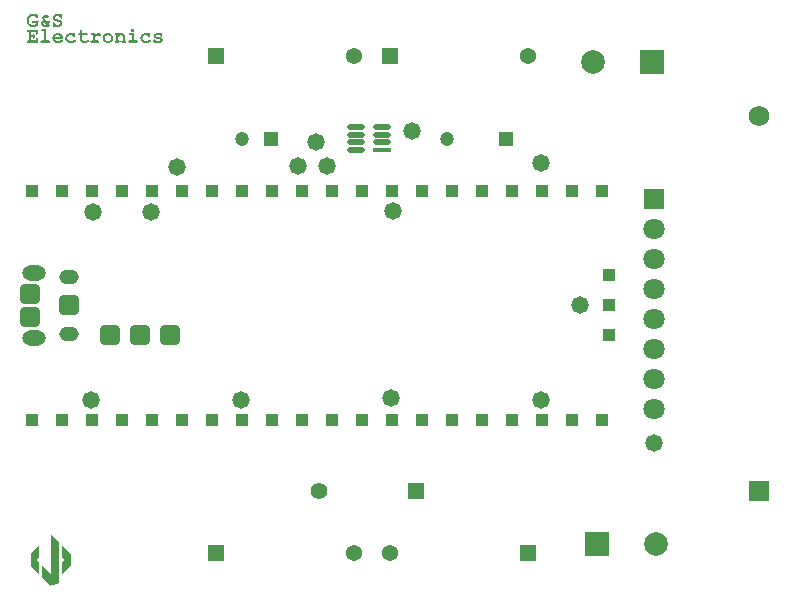
<source format=gbr>
%TF.GenerationSoftware,Altium Limited,Altium Designer,23.0.1 (38)*%
G04 Layer_Color=8388736*
%FSLAX45Y45*%
%MOMM*%
%TF.SameCoordinates,E21AF8FC-8B61-408E-9598-FC2968858709*%
%TF.FilePolarity,Negative*%
%TF.FileFunction,Soldermask,Top*%
%TF.Part,Single*%
G01*
G75*
%TA.AperFunction,BGAPad,CuDef*%
%ADD10R,1.00000X1.00000*%
%TA.AperFunction,SMDPad,CuDef*%
G04:AMPARAMS|DCode=14|XSize=1.50524mm|YSize=0.45493mm|CornerRadius=0.22746mm|HoleSize=0mm|Usage=FLASHONLY|Rotation=180.000|XOffset=0mm|YOffset=0mm|HoleType=Round|Shape=RoundedRectangle|*
%AMROUNDEDRECTD14*
21,1,1.50524,0.00000,0,0,180.0*
21,1,1.05031,0.45493,0,0,180.0*
1,1,0.45493,-0.52516,0.00000*
1,1,0.45493,0.52516,0.00000*
1,1,0.45493,0.52516,0.00000*
1,1,0.45493,-0.52516,0.00000*
%
%ADD14ROUNDEDRECTD14*%
%ADD15R,1.50524X0.45493*%
%TA.AperFunction,ComponentPad*%
%ADD17R,1.20000X1.20000*%
%ADD18C,1.20000*%
%ADD19C,1.37160*%
%ADD20R,1.37160X1.37160*%
%ADD25C,1.72720*%
%ADD26R,1.72720X1.72720*%
%TA.AperFunction,SMDPad,CuDef*%
G04:AMPARAMS|DCode=34|XSize=1.7032mm|YSize=1.7032mm|CornerRadius=0.4016mm|HoleSize=0mm|Usage=FLASHONLY|Rotation=90.000|XOffset=0mm|YOffset=0mm|HoleType=Round|Shape=RoundedRectangle|*
%AMROUNDEDRECTD34*
21,1,1.70320,0.90000,0,0,90.0*
21,1,0.90000,1.70320,0,0,90.0*
1,1,0.80320,0.45000,0.45000*
1,1,0.80320,0.45000,-0.45000*
1,1,0.80320,-0.45000,-0.45000*
1,1,0.80320,-0.45000,0.45000*
%
%ADD34ROUNDEDRECTD34*%
%TA.AperFunction,ConnectorPad*%
%ADD35O,1.65320X1.25320*%
%ADD36O,2.00320X1.30320*%
%TA.AperFunction,ComponentPad*%
%ADD37R,1.40320X1.40320*%
%ADD38C,1.40320*%
%ADD39C,2.00320*%
%ADD40R,2.00320X2.00320*%
%ADD41C,1.80820*%
%ADD42R,1.80820X1.80820*%
%TA.AperFunction,ViaPad*%
%ADD43C,1.47320*%
G36*
X2993935Y10015235D02*
X2996157Y10014864D01*
X2996342D01*
X2996713Y10014679D01*
X2997268Y10014494D01*
X2998194Y10014309D01*
X3000231Y10013568D01*
X3002638Y10012642D01*
X3002823D01*
X3003193Y10012828D01*
X3004304Y10013383D01*
X3005786Y10013939D01*
X3007267Y10014124D01*
X3007823D01*
X3008563Y10013939D01*
X3009304Y10013753D01*
X3010230Y10013383D01*
X3011341Y10013013D01*
X3012452Y10012272D01*
X3013378Y10011346D01*
X3013563Y10011161D01*
X3013748Y10010976D01*
X3014303Y10010420D01*
X3014859Y10009680D01*
X3015785Y10007643D01*
X3015970Y10006347D01*
X3016155Y10005051D01*
Y10004865D01*
Y10004495D01*
Y10003940D01*
X3015970Y10003384D01*
X3015600Y10001718D01*
X3014674Y10000051D01*
X3014303Y9999681D01*
X3013933Y9999310D01*
X3013378Y9998755D01*
X3012637Y9998199D01*
X3011711Y9997459D01*
X3010415Y9996718D01*
X3008934Y9995792D01*
X3001527Y9991904D01*
X3001342Y9992089D01*
X3000786Y9992459D01*
X3000046Y9993200D01*
X2999120Y9993941D01*
X2996898Y9995607D01*
X2995787Y9996348D01*
X2994676Y9996903D01*
X2994305Y9997088D01*
X2993380Y9997459D01*
X2991898Y9997829D01*
X2990047Y9998014D01*
X2989306D01*
X2988565Y9997829D01*
X2987639Y9997644D01*
X2986528Y9997274D01*
X2985417Y9996903D01*
X2984306Y9996163D01*
X2983195Y9995237D01*
X2983010Y9995052D01*
X2982825Y9994681D01*
X2982455Y9994126D01*
X2981899Y9993385D01*
X2980973Y9991348D01*
X2980788Y9990237D01*
X2980603Y9988941D01*
Y9988756D01*
Y9988386D01*
X2980788Y9987645D01*
X2981159Y9986534D01*
X2981899Y9985053D01*
X2982640Y9983201D01*
X2983936Y9980979D01*
X2985603Y9978387D01*
X3003749Y9952093D01*
X3008193Y9967092D01*
X3018932D01*
X3020043Y9966906D01*
X3022636Y9966536D01*
X3023747Y9966166D01*
X3024673Y9965795D01*
X3024858Y9965610D01*
X3025413Y9965240D01*
X3025969Y9964684D01*
X3026895Y9963759D01*
X3027635Y9962648D01*
X3028191Y9961351D01*
X3028746Y9959870D01*
X3028931Y9958018D01*
Y9957833D01*
Y9957463D01*
X3028746Y9956722D01*
Y9955982D01*
X3028006Y9953945D01*
X3027450Y9952834D01*
X3026709Y9951908D01*
X3026524Y9951723D01*
X3026339Y9951538D01*
X3025228Y9950797D01*
X3023562Y9949871D01*
X3022451Y9949686D01*
X3021340Y9949501D01*
Y9949316D01*
X3021154Y9949130D01*
X3020969Y9948019D01*
X3020414Y9946353D01*
X3019858Y9944131D01*
X3018932Y9941909D01*
X3018007Y9939502D01*
X3016896Y9937095D01*
X3015785Y9934873D01*
X3018192D01*
X3019488Y9934688D01*
X3021154Y9934502D01*
X3022636Y9934317D01*
X3023932Y9933947D01*
X3024858Y9933577D01*
X3025043Y9933391D01*
X3025598Y9933021D01*
X3026154Y9932466D01*
X3027080Y9931725D01*
X3027820Y9930614D01*
X3028376Y9929318D01*
X3028931Y9927836D01*
X3029117Y9925985D01*
Y9925800D01*
Y9925429D01*
X3028931Y9924689D01*
X3028746Y9923763D01*
X3028376Y9922837D01*
X3028006Y9921726D01*
X3027265Y9920615D01*
X3026339Y9919689D01*
X3026154Y9919504D01*
X3025784Y9919319D01*
X3025043Y9918948D01*
X3024117Y9918578D01*
X3022821Y9918023D01*
X3021340Y9917652D01*
X3019488Y9917467D01*
X3017266Y9917282D01*
X3006712D01*
X3004860Y9919874D01*
X3004675Y9919689D01*
X3004119Y9919504D01*
X3003379Y9918948D01*
X3002453Y9918393D01*
X3000046Y9917282D01*
X2997453Y9916171D01*
X2997268D01*
X2996527Y9915986D01*
X2995416Y9915615D01*
X2993935Y9915430D01*
X2991898Y9915060D01*
X2989861Y9914690D01*
X2987269Y9914504D01*
X2983195D01*
X2982084Y9914690D01*
X2980788D01*
X2979307Y9914875D01*
X2975789Y9915430D01*
X2971900Y9916541D01*
X2967827Y9917837D01*
X2963938Y9919874D01*
X2962087Y9920985D01*
X2960420Y9922467D01*
Y9922652D01*
X2960050Y9922837D01*
X2959124Y9923948D01*
X2957643Y9925614D01*
X2956161Y9928022D01*
X2954680Y9930984D01*
X2953199Y9934317D01*
X2952273Y9938206D01*
X2952088Y9940428D01*
X2951902Y9942650D01*
Y9942835D01*
Y9943020D01*
Y9944131D01*
X2952088Y9945612D01*
X2952458Y9947834D01*
X2952828Y9950241D01*
X2953569Y9952834D01*
X2954680Y9955796D01*
X2955976Y9958574D01*
X2956161Y9958944D01*
X2956717Y9959870D01*
X2957828Y9961166D01*
X2959309Y9963018D01*
X2960976Y9965055D01*
X2963383Y9967092D01*
X2965975Y9969314D01*
X2969123Y9971350D01*
X2968938Y9971721D01*
X2968567Y9972461D01*
X2967827Y9973572D01*
X2967086Y9974869D01*
X2965420Y9978202D01*
X2964679Y9979683D01*
X2964123Y9981164D01*
Y9981349D01*
X2963938Y9981720D01*
X2963753Y9982460D01*
X2963568Y9983386D01*
X2963198Y9985793D01*
X2963012Y9988571D01*
Y9988756D01*
Y9989126D01*
Y9989682D01*
X2963198Y9990422D01*
X2963383Y9992459D01*
X2963938Y9995052D01*
X2965049Y9997829D01*
X2966345Y10001162D01*
X2968382Y10004310D01*
X2969493Y10005976D01*
X2970975Y10007458D01*
X2971160Y10007643D01*
X2971345Y10007828D01*
X2972456Y10008754D01*
X2974122Y10010050D01*
X2976529Y10011531D01*
X2979307Y10013013D01*
X2982455Y10014309D01*
X2986158Y10015235D01*
X2988195Y10015605D01*
X2992083D01*
X2993935Y10015235D01*
D02*
G37*
G36*
X2886724Y10024123D02*
X2888761Y10023938D01*
X2891168Y10023752D01*
X2895982Y10022827D01*
X2896353D01*
X2897093Y10022641D01*
X2898389Y10022271D01*
X2900056Y10021716D01*
X2901908Y10021160D01*
X2904130Y10020419D01*
X2908574Y10018383D01*
X2908759Y10018568D01*
X2909129Y10018938D01*
X2909870Y10019494D01*
X2910796Y10020049D01*
X2913018Y10021160D01*
X2914129Y10021530D01*
X2915425Y10021716D01*
X2916165D01*
X2916721Y10021530D01*
X2917647Y10021345D01*
X2918758Y10020975D01*
X2919684Y10020605D01*
X2920795Y10019864D01*
X2921720Y10018938D01*
X2921906Y10018753D01*
X2922091Y10018383D01*
X2922461Y10017827D01*
X2923017Y10016901D01*
X2923387Y10015605D01*
X2923757Y10013939D01*
X2923942Y10012087D01*
X2924128Y10009865D01*
Y9998385D01*
Y9998199D01*
Y9997274D01*
X2923942Y9996163D01*
X2923757Y9994866D01*
X2923017Y9991904D01*
X2922461Y9990422D01*
X2921535Y9989311D01*
X2921350Y9989126D01*
X2921165Y9988941D01*
X2920609Y9988571D01*
X2919869Y9988015D01*
X2917832Y9987089D01*
X2916721Y9986904D01*
X2915240Y9986719D01*
X2914684D01*
X2914129Y9986904D01*
X2913573D01*
X2911721Y9987460D01*
X2910055Y9988571D01*
X2909685Y9988941D01*
X2909499Y9989311D01*
X2908944Y9989867D01*
X2908574Y9990608D01*
X2908018Y9991533D01*
X2907463Y9992830D01*
X2907092Y9994311D01*
Y9994496D01*
X2906907Y9995052D01*
X2906722Y9995792D01*
X2906352Y9996718D01*
X2905611Y9998755D01*
X2905055Y9999496D01*
X2904500Y10000236D01*
X2904315Y10000421D01*
X2904130Y10000607D01*
X2903389Y10001162D01*
X2902648Y10001718D01*
X2901352Y10002458D01*
X2900056Y10003199D01*
X2898204Y10003940D01*
X2896167Y10004680D01*
X2895982Y10004865D01*
X2895056Y10005051D01*
X2893945Y10005421D01*
X2892279Y10005791D01*
X2890242Y10006162D01*
X2888020Y10006347D01*
X2885613Y10006717D01*
X2880984D01*
X2879132Y10006532D01*
X2876540Y10006162D01*
X2873762Y10005606D01*
X2870615Y10004865D01*
X2867467Y10003754D01*
X2864504Y10002273D01*
X2864319Y10002088D01*
X2863578Y10001718D01*
X2862467Y10000792D01*
X2861171Y9999681D01*
X2859505Y9998199D01*
X2857838Y9996348D01*
X2856172Y9993941D01*
X2854320Y9991163D01*
X2854135Y9990793D01*
X2853579Y9989867D01*
X2852839Y9988200D01*
X2852098Y9985979D01*
X2851172Y9983386D01*
X2850431Y9980609D01*
X2849876Y9977276D01*
X2849691Y9973943D01*
Y9960981D01*
Y9960796D01*
Y9960426D01*
Y9959685D01*
X2849876Y9958574D01*
Y9957463D01*
X2850061Y9956167D01*
X2850802Y9953019D01*
X2851728Y9949501D01*
X2853209Y9945797D01*
X2855246Y9942464D01*
X2856357Y9940798D01*
X2857838Y9939317D01*
X2858023D01*
X2858208Y9938946D01*
X2858764Y9938576D01*
X2859505Y9938206D01*
X2860245Y9937650D01*
X2861356Y9937095D01*
X2862652Y9936354D01*
X2864319Y9935799D01*
X2865985Y9935058D01*
X2867837Y9934317D01*
X2870059Y9933762D01*
X2872466Y9933206D01*
X2875059Y9932836D01*
X2877836Y9932466D01*
X2880799Y9932095D01*
X2886168D01*
X2887279Y9932280D01*
X2888576D01*
X2891538Y9932651D01*
X2895056Y9933206D01*
X2898760Y9933947D01*
X2902648Y9935058D01*
X2906537Y9936539D01*
Y9949316D01*
X2887465D01*
X2886354Y9949501D01*
X2884872Y9949686D01*
X2881724Y9950427D01*
X2880428Y9950982D01*
X2879132Y9951723D01*
X2878947Y9951908D01*
X2878762Y9952093D01*
X2878391Y9952649D01*
X2877836Y9953389D01*
X2876910Y9955426D01*
X2876725Y9956722D01*
X2876540Y9958018D01*
Y9958204D01*
Y9958759D01*
X2876725Y9959315D01*
X2876910Y9960240D01*
X2877651Y9962277D01*
X2878206Y9963388D01*
X2879132Y9964314D01*
X2879317Y9964499D01*
X2879688Y9964684D01*
X2880428Y9965055D01*
X2881354Y9965610D01*
X2882650Y9966166D01*
X2884317Y9966536D01*
X2886354Y9966721D01*
X2888576Y9966906D01*
X2924683D01*
X2925238Y9966721D01*
X2925979Y9966536D01*
X2928016Y9965795D01*
X2928942Y9965240D01*
X2930053Y9964314D01*
X2930238Y9964129D01*
X2930423Y9963944D01*
X2930979Y9963388D01*
X2931534Y9962648D01*
X2932460Y9960611D01*
X2932645Y9959500D01*
X2932830Y9958018D01*
Y9957833D01*
Y9957463D01*
X2932645Y9956722D01*
X2932460Y9955796D01*
X2932090Y9954871D01*
X2931719Y9953760D01*
X2930979Y9952649D01*
X2930053Y9951723D01*
X2929868Y9951538D01*
X2929497Y9951352D01*
X2928942Y9950982D01*
X2928201Y9950612D01*
X2926349Y9949686D01*
X2925238Y9949501D01*
X2924128Y9949316D01*
Y9925614D01*
X2923942D01*
X2923572Y9925429D01*
X2923017Y9925059D01*
X2922091Y9924503D01*
X2921165Y9924133D01*
X2919869Y9923392D01*
X2917091Y9922096D01*
X2913758Y9920615D01*
X2910425Y9919134D01*
X2906907Y9917837D01*
X2903574Y9916912D01*
X2903204Y9916726D01*
X2902093Y9916541D01*
X2900426Y9916171D01*
X2898204Y9915801D01*
X2895427Y9915245D01*
X2892464Y9914875D01*
X2888946Y9914690D01*
X2885428Y9914504D01*
X2883206D01*
X2881910Y9914690D01*
X2880613D01*
X2877281Y9915060D01*
X2873392Y9915430D01*
X2869133Y9916171D01*
X2864689Y9917097D01*
X2860245Y9918393D01*
X2860060D01*
X2859875Y9918578D01*
X2858764Y9918948D01*
X2857097Y9919689D01*
X2855061Y9920615D01*
X2852839Y9921726D01*
X2850431Y9923022D01*
X2848024Y9924503D01*
X2845987Y9926170D01*
X2845802Y9926355D01*
X2845062Y9927096D01*
X2844136Y9928207D01*
X2842840Y9929688D01*
X2841358Y9931725D01*
X2839692Y9934132D01*
X2838025Y9936910D01*
X2836359Y9940243D01*
Y9940428D01*
X2836174Y9940613D01*
X2835988Y9941168D01*
X2835618Y9941909D01*
X2835063Y9943761D01*
X2834322Y9946353D01*
X2833396Y9949501D01*
X2832841Y9953019D01*
X2832285Y9956907D01*
X2832100Y9961166D01*
Y9973758D01*
Y9973943D01*
Y9974498D01*
Y9975424D01*
X2832285Y9976720D01*
X2832470Y9978387D01*
X2832655Y9980053D01*
X2833026Y9982090D01*
X2833396Y9984312D01*
X2834692Y9989311D01*
X2835618Y9991904D01*
X2836729Y9994681D01*
X2837840Y9997274D01*
X2839321Y10000051D01*
X2840988Y10002829D01*
X2842840Y10005421D01*
X2843025Y10005606D01*
X2843580Y10006162D01*
X2844321Y10007087D01*
X2845432Y10008384D01*
X2846913Y10009865D01*
X2848765Y10011346D01*
X2850802Y10013198D01*
X2853209Y10014864D01*
X2855801Y10016716D01*
X2858764Y10018383D01*
X2862097Y10019864D01*
X2865615Y10021345D01*
X2869318Y10022641D01*
X2873392Y10023567D01*
X2877651Y10024123D01*
X2882280Y10024308D01*
X2884872D01*
X2886724Y10024123D01*
D02*
G37*
G36*
X3095036D02*
X3096887Y10023938D01*
X3098924Y10023567D01*
X3103368Y10022641D01*
X3103553D01*
X3104294Y10022456D01*
X3105590Y10022086D01*
X3106886Y10021530D01*
X3108553Y10020975D01*
X3110404Y10020234D01*
X3114108Y10018197D01*
X3114293Y10018383D01*
X3114663Y10018753D01*
X3115404Y10019308D01*
X3116145Y10020049D01*
X3118367Y10021160D01*
X3119663Y10021530D01*
X3120959Y10021716D01*
X3121700D01*
X3122440Y10021530D01*
X3123366Y10021345D01*
X3124292Y10020975D01*
X3125403Y10020605D01*
X3126514Y10019864D01*
X3127440Y10018938D01*
X3127625Y10018753D01*
X3127810Y10018383D01*
X3128180Y10017642D01*
X3128736Y10016716D01*
X3129291Y10015420D01*
X3129662Y10013939D01*
X3129847Y10012087D01*
X3130032Y10009865D01*
Y9996533D01*
Y9996348D01*
Y9995422D01*
X3129847Y9994311D01*
X3129662Y9993015D01*
X3128921Y9990052D01*
X3128366Y9988571D01*
X3127440Y9987460D01*
X3127255Y9987275D01*
X3127069Y9987089D01*
X3126514Y9986719D01*
X3125773Y9986164D01*
X3123736Y9985238D01*
X3122625Y9985053D01*
X3121144Y9984868D01*
X3120589D01*
X3120033Y9985053D01*
X3119107D01*
X3117256Y9985608D01*
X3115404Y9986719D01*
X3115034Y9987089D01*
X3114848Y9987460D01*
X3114293Y9988015D01*
X3113923Y9988756D01*
X3113367Y9989682D01*
X3112812Y9990978D01*
X3112441Y9992459D01*
Y9992644D01*
X3112256Y9993200D01*
X3112071Y9993941D01*
X3111886Y9994866D01*
X3111145Y9997088D01*
X3110775Y9998014D01*
X3110219Y9998940D01*
X3110034Y9999125D01*
X3109664Y9999496D01*
X3109108Y10000051D01*
X3108368Y10000792D01*
X3107257Y10001718D01*
X3105961Y10002458D01*
X3104479Y10003384D01*
X3102628Y10004310D01*
X3102442Y10004495D01*
X3101702Y10004680D01*
X3100776Y10005051D01*
X3099295Y10005606D01*
X3097628Y10005976D01*
X3095591Y10006347D01*
X3093554Y10006532D01*
X3091147Y10006717D01*
X3089481D01*
X3087814Y10006532D01*
X3085592Y10006162D01*
X3083185Y10005606D01*
X3080778Y10004680D01*
X3078186Y10003569D01*
X3075964Y10002088D01*
X3075778Y10001903D01*
X3075223Y10001347D01*
X3074297Y10000421D01*
X3073371Y9999310D01*
X3072260Y9997829D01*
X3071520Y9996348D01*
X3070779Y9994681D01*
X3070594Y9992830D01*
Y9992644D01*
Y9992274D01*
X3070779Y9991719D01*
X3070964Y9990793D01*
X3071520Y9988941D01*
X3072075Y9987645D01*
X3072816Y9986534D01*
X3073001Y9986349D01*
X3073186Y9985979D01*
X3073742Y9985423D01*
X3074482Y9984682D01*
X3075408Y9983942D01*
X3076519Y9983201D01*
X3078000Y9982460D01*
X3079482Y9981720D01*
X3079667D01*
X3080222Y9981535D01*
X3081148Y9981164D01*
X3082630Y9980794D01*
X3084852Y9980238D01*
X3086148Y9979868D01*
X3087629Y9979498D01*
X3089481Y9979127D01*
X3091332Y9978757D01*
X3093554Y9978387D01*
X3095962Y9977831D01*
X3096147D01*
X3096517Y9977646D01*
X3097258D01*
X3098184Y9977461D01*
X3099295Y9977091D01*
X3100591Y9976905D01*
X3103553Y9976165D01*
X3106886Y9975239D01*
X3110404Y9974313D01*
X3113737Y9973202D01*
X3116700Y9971906D01*
X3117070Y9971721D01*
X3117996Y9971350D01*
X3119292Y9970610D01*
X3120959Y9969499D01*
X3122811Y9968017D01*
X3124847Y9966351D01*
X3126884Y9964314D01*
X3128736Y9961907D01*
X3128921Y9961537D01*
X3129477Y9960611D01*
X3130402Y9959315D01*
X3131328Y9957278D01*
X3132069Y9955056D01*
X3132995Y9952278D01*
X3133550Y9949130D01*
X3133735Y9945797D01*
Y9945612D01*
Y9945242D01*
Y9944501D01*
X3133550Y9943575D01*
Y9942464D01*
X3133180Y9941168D01*
X3132624Y9938206D01*
X3131513Y9934873D01*
X3129847Y9931355D01*
X3128736Y9929688D01*
X3127625Y9927836D01*
X3126144Y9926170D01*
X3124477Y9924689D01*
X3124292Y9924503D01*
X3123922Y9924318D01*
X3123181Y9923763D01*
X3122255Y9923022D01*
X3120959Y9922281D01*
X3119478Y9921541D01*
X3117811Y9920615D01*
X3115959Y9919689D01*
X3113737Y9918578D01*
X3111330Y9917652D01*
X3108738Y9916912D01*
X3105961Y9916171D01*
X3103183Y9915430D01*
X3100035Y9914875D01*
X3096702Y9914690D01*
X3093184Y9914504D01*
X3091888D01*
X3090407Y9914690D01*
X3088555D01*
X3086333Y9914875D01*
X3083926Y9915245D01*
X3078741Y9916356D01*
X3078371D01*
X3077630Y9916726D01*
X3076149Y9917097D01*
X3074482Y9917652D01*
X3072445Y9918393D01*
X3070223Y9919319D01*
X3065409Y9921541D01*
X3065224Y9921356D01*
X3065039Y9921170D01*
X3064113Y9920059D01*
X3062817Y9918948D01*
X3062076Y9918393D01*
X3061521Y9918023D01*
X3061336Y9917837D01*
X3060595Y9917652D01*
X3059484Y9917467D01*
X3058188Y9917282D01*
X3057447D01*
X3056706Y9917467D01*
X3055781Y9917652D01*
X3053744Y9918393D01*
X3052633Y9918948D01*
X3051707Y9919874D01*
X3051522Y9920059D01*
X3051337Y9920430D01*
X3050966Y9921170D01*
X3050596Y9922096D01*
X3050040Y9923392D01*
X3049670Y9924874D01*
X3049485Y9926725D01*
X3049300Y9928947D01*
Y9940798D01*
Y9941168D01*
Y9941909D01*
X3049485Y9943020D01*
X3049670Y9944316D01*
X3050411Y9947279D01*
X3050966Y9948760D01*
X3051707Y9949871D01*
X3051892Y9950056D01*
X3052077Y9950241D01*
X3052633Y9950797D01*
X3053373Y9951352D01*
X3054299Y9951723D01*
X3055410Y9952278D01*
X3056706Y9952463D01*
X3058188Y9952649D01*
X3059299D01*
X3060039Y9952463D01*
X3061706Y9951908D01*
X3063372Y9950982D01*
X3063557D01*
X3063743Y9950612D01*
X3064668Y9949686D01*
X3065224Y9948945D01*
X3065779Y9948019D01*
X3066335Y9946723D01*
X3066705Y9945427D01*
Y9945242D01*
X3066890Y9944872D01*
X3067076Y9944131D01*
X3067446Y9943390D01*
X3068187Y9941539D01*
X3068557Y9940798D01*
X3069112Y9940243D01*
X3069298Y9940057D01*
X3069668Y9939687D01*
X3070223Y9939132D01*
X3071149Y9938576D01*
X3072260Y9937650D01*
X3073742Y9936724D01*
X3075593Y9935799D01*
X3077815Y9934688D01*
X3078186Y9934502D01*
X3078926Y9934317D01*
X3080222Y9933947D01*
X3082074Y9933391D01*
X3084111Y9932836D01*
X3086518Y9932466D01*
X3089110Y9932280D01*
X3091888Y9932095D01*
X3093925D01*
X3095962Y9932466D01*
X3098739Y9932836D01*
X3101887Y9933391D01*
X3105035Y9934317D01*
X3108183Y9935613D01*
X3111145Y9937465D01*
X3111330Y9937650D01*
X3111886Y9938021D01*
X3112812Y9938761D01*
X3113737Y9939872D01*
X3114478Y9940983D01*
X3115404Y9942464D01*
X3115959Y9944131D01*
X3116145Y9945797D01*
Y9945983D01*
Y9946353D01*
X3115959Y9947094D01*
X3115774Y9947834D01*
X3115219Y9949871D01*
X3114478Y9950797D01*
X3113737Y9951908D01*
X3113552Y9952093D01*
X3113367Y9952463D01*
X3112626Y9953019D01*
X3111886Y9953574D01*
X3110775Y9954500D01*
X3109479Y9955241D01*
X3107997Y9956167D01*
X3106146Y9956907D01*
X3105961D01*
X3105405Y9957093D01*
X3104479Y9957463D01*
X3102998Y9957833D01*
X3100961Y9958389D01*
X3098184Y9958944D01*
X3096702Y9959315D01*
X3094851Y9959685D01*
X3092999Y9960055D01*
X3090777Y9960426D01*
X3090592D01*
X3090221Y9960611D01*
X3089481D01*
X3088370Y9960981D01*
X3087259Y9961166D01*
X3085777Y9961537D01*
X3082630Y9962277D01*
X3079111Y9963018D01*
X3075408Y9964129D01*
X3072075Y9965425D01*
X3068927Y9966721D01*
X3068557Y9966906D01*
X3067631Y9967462D01*
X3066335Y9968388D01*
X3064668Y9969499D01*
X3062817Y9970980D01*
X3060965Y9972832D01*
X3058928Y9975054D01*
X3057262Y9977461D01*
X3057077Y9977831D01*
X3056521Y9978757D01*
X3055966Y9980053D01*
X3055225Y9981905D01*
X3054299Y9984312D01*
X3053744Y9986719D01*
X3053188Y9989497D01*
X3053003Y9992459D01*
Y9992644D01*
Y9993015D01*
Y9993755D01*
X3053188Y9994681D01*
X3053373Y9995792D01*
X3053559Y9997088D01*
X3054299Y10000051D01*
X3055595Y10003569D01*
X3056521Y10005421D01*
X3057447Y10007273D01*
X3058743Y10009124D01*
X3060039Y10010976D01*
X3061706Y10012828D01*
X3063557Y10014679D01*
X3063743Y10014864D01*
X3064113Y10015050D01*
X3064668Y10015605D01*
X3065409Y10016161D01*
X3066520Y10016901D01*
X3067816Y10017642D01*
X3069298Y10018568D01*
X3070964Y10019494D01*
X3072816Y10020419D01*
X3074853Y10021345D01*
X3079667Y10022827D01*
X3085037Y10023938D01*
X3087814Y10024123D01*
X3090962Y10024308D01*
X3093369D01*
X3095036Y10024123D01*
D02*
G37*
G36*
X3736266Y9874916D02*
X3715157D01*
Y9893618D01*
X3736266D01*
Y9874916D01*
D02*
G37*
G36*
X3631832Y9862140D02*
X3633128Y9861954D01*
X3634795Y9861769D01*
X3638313Y9861029D01*
X3642201Y9859918D01*
X3646275Y9858251D01*
X3648312Y9857140D01*
X3650349Y9855844D01*
X3652200Y9854177D01*
X3654052Y9852511D01*
X3654422Y9852141D01*
X3655163Y9851030D01*
X3656459Y9849363D01*
X3657755Y9847141D01*
X3659051Y9844178D01*
X3660348Y9840660D01*
X3661088Y9836587D01*
X3661459Y9832143D01*
Y9799368D01*
X3662570D01*
X3663681Y9799183D01*
X3664977Y9798998D01*
X3668124Y9798257D01*
X3669606Y9797702D01*
X3670717Y9796776D01*
X3670902Y9796591D01*
X3671087Y9796406D01*
X3671643Y9795850D01*
X3672198Y9795109D01*
X3673124Y9793073D01*
X3673309Y9791962D01*
X3673494Y9790480D01*
Y9790295D01*
Y9789925D01*
X3673309Y9789184D01*
X3673124Y9788258D01*
X3672754Y9787332D01*
X3672383Y9786221D01*
X3671643Y9785110D01*
X3670717Y9784185D01*
X3670532Y9783999D01*
X3670161Y9783814D01*
X3669421Y9783444D01*
X3668495Y9783074D01*
X3667199Y9782518D01*
X3665717Y9782148D01*
X3663681Y9781963D01*
X3661459Y9781777D01*
X3642757D01*
X3641646Y9781963D01*
X3640164Y9782148D01*
X3637017Y9782888D01*
X3635720Y9783444D01*
X3634424Y9784185D01*
X3634239Y9784370D01*
X3634054Y9784555D01*
X3633684Y9785110D01*
X3633128Y9785851D01*
X3632202Y9787888D01*
X3632017Y9789184D01*
X3631832Y9790480D01*
Y9790665D01*
Y9791221D01*
X3632017Y9791776D01*
X3632202Y9792702D01*
X3632943Y9794739D01*
X3633498Y9795850D01*
X3634424Y9796776D01*
X3634609Y9796961D01*
X3634980Y9797146D01*
X3635720Y9797517D01*
X3636646Y9798072D01*
X3637942Y9798628D01*
X3639609Y9798998D01*
X3641646Y9799183D01*
X3643868Y9799368D01*
Y9832698D01*
Y9832883D01*
Y9833624D01*
X3643683Y9834735D01*
X3643497Y9835846D01*
X3643127Y9837327D01*
X3642572Y9838809D01*
X3641831Y9840105D01*
X3640720Y9841216D01*
X3640535Y9841401D01*
X3639979Y9841771D01*
X3639053Y9842327D01*
X3637757Y9843067D01*
X3635906Y9843623D01*
X3633869Y9844178D01*
X3631462Y9844549D01*
X3628499Y9844734D01*
X3627388D01*
X3626277Y9844549D01*
X3624796Y9844364D01*
X3623129Y9844178D01*
X3621463Y9843808D01*
X3619611Y9843067D01*
X3617759Y9842327D01*
X3617574Y9842142D01*
X3617019Y9841771D01*
X3615908Y9841216D01*
X3614612Y9840105D01*
X3612945Y9838809D01*
X3610908Y9836957D01*
X3608686Y9834735D01*
X3606094Y9832143D01*
Y9799368D01*
X3608316D01*
X3609612Y9799183D01*
X3612390Y9798628D01*
X3613501Y9798257D01*
X3614426Y9797702D01*
X3614612Y9797517D01*
X3614982Y9797146D01*
X3615537Y9796406D01*
X3616278Y9795480D01*
X3617574Y9793258D01*
X3617945Y9791962D01*
X3618130Y9790480D01*
Y9790295D01*
Y9789925D01*
X3617945Y9789184D01*
X3617759Y9788258D01*
X3617389Y9787332D01*
X3617019Y9786221D01*
X3616278Y9785110D01*
X3615352Y9784185D01*
X3615167Y9783999D01*
X3614797Y9783814D01*
X3614056Y9783444D01*
X3613130Y9783074D01*
X3611834Y9782518D01*
X3610353Y9782148D01*
X3608316Y9781963D01*
X3606094Y9781777D01*
X3587392D01*
X3586281Y9781963D01*
X3584800Y9782148D01*
X3581652Y9782888D01*
X3580356Y9783444D01*
X3579060Y9784185D01*
X3578874Y9784370D01*
X3578689Y9784555D01*
X3578319Y9785110D01*
X3577763Y9785851D01*
X3576838Y9787888D01*
X3576652Y9789184D01*
X3576467Y9790480D01*
Y9790665D01*
Y9791221D01*
X3576652Y9791962D01*
X3576838Y9792887D01*
X3577393Y9793998D01*
X3577949Y9795109D01*
X3578874Y9796406D01*
X3579985Y9797702D01*
X3580171D01*
X3580356Y9797887D01*
X3580911Y9798257D01*
X3581837Y9798628D01*
X3582948Y9798813D01*
X3584429Y9799183D01*
X3586281Y9799368D01*
X3588503D01*
Y9842512D01*
X3587392D01*
X3586281Y9842697D01*
X3584800Y9842882D01*
X3581652Y9843623D01*
X3580356Y9844178D01*
X3579060Y9844919D01*
X3578874Y9845104D01*
X3578689Y9845289D01*
X3578319Y9845845D01*
X3577763Y9846586D01*
X3576838Y9848622D01*
X3576652Y9849919D01*
X3576467Y9851215D01*
Y9851400D01*
Y9851955D01*
X3576652Y9852511D01*
X3576838Y9853437D01*
X3577578Y9855474D01*
X3578134Y9856585D01*
X3579060Y9857510D01*
X3579245Y9857696D01*
X3579615Y9857881D01*
X3580356Y9858251D01*
X3581282Y9858807D01*
X3582578Y9859362D01*
X3584244Y9859732D01*
X3586281Y9859918D01*
X3588503Y9860103D01*
X3606094D01*
Y9853992D01*
X3606279Y9854177D01*
X3607020Y9854733D01*
X3607946Y9855474D01*
X3609242Y9856214D01*
X3610723Y9857325D01*
X3612575Y9858251D01*
X3614612Y9859177D01*
X3616648Y9860103D01*
X3616834Y9860288D01*
X3617574Y9860473D01*
X3618870Y9860843D01*
X3620352Y9861214D01*
X3622203Y9861584D01*
X3624425Y9861954D01*
X3626647Y9862325D01*
X3630721D01*
X3631832Y9862140D01*
D02*
G37*
G36*
X3439444D02*
X3441111Y9861954D01*
X3443333Y9861584D01*
X3445925Y9860658D01*
X3448703Y9859547D01*
X3451665Y9858066D01*
X3454813Y9855844D01*
X3454998Y9855659D01*
X3455739Y9855103D01*
X3456665Y9854177D01*
X3457591Y9853066D01*
X3458702Y9851770D01*
X3459442Y9850289D01*
X3460183Y9848622D01*
X3460368Y9846956D01*
Y9846771D01*
Y9846400D01*
X3460183Y9845660D01*
X3459998Y9844734D01*
X3459628Y9843808D01*
X3459257Y9842697D01*
X3458517Y9841771D01*
X3457591Y9840660D01*
X3457406Y9840475D01*
X3457220Y9840290D01*
X3456665Y9839920D01*
X3455924Y9839364D01*
X3453887Y9838438D01*
X3452591Y9838253D01*
X3451295Y9838068D01*
X3450740D01*
X3449999Y9838253D01*
X3449258Y9838438D01*
X3448147Y9838809D01*
X3446851Y9839549D01*
X3445555Y9840290D01*
X3444259Y9841401D01*
X3444074Y9841586D01*
X3443703Y9841956D01*
X3442963Y9842512D01*
X3442222Y9843067D01*
X3440185Y9844178D01*
X3439074Y9844549D01*
X3437963Y9844734D01*
X3437222D01*
X3436482Y9844549D01*
X3435186Y9844178D01*
X3433704Y9843623D01*
X3431668Y9842697D01*
X3429446Y9841586D01*
X3426853Y9839920D01*
X3426483Y9839734D01*
X3425557Y9838994D01*
X3423891Y9837883D01*
X3421854Y9836401D01*
X3419076Y9834550D01*
X3415928Y9832143D01*
X3412410Y9829365D01*
X3408522Y9826032D01*
Y9799368D01*
X3434815D01*
X3435926Y9799183D01*
X3437222Y9798998D01*
X3440370Y9798257D01*
X3441852Y9797702D01*
X3442963Y9796776D01*
X3443148Y9796591D01*
X3443333Y9796406D01*
X3443888Y9795850D01*
X3444444Y9795109D01*
X3445370Y9793073D01*
X3445555Y9791962D01*
X3445740Y9790480D01*
Y9790295D01*
Y9789925D01*
X3445555Y9789184D01*
X3445370Y9788258D01*
X3444999Y9787332D01*
X3444629Y9786221D01*
X3443888Y9785110D01*
X3442963Y9784185D01*
X3442777Y9783999D01*
X3442407Y9783814D01*
X3441666Y9783444D01*
X3440741Y9783074D01*
X3439444Y9782518D01*
X3437963Y9782148D01*
X3435926Y9781963D01*
X3433704Y9781777D01*
X3379266D01*
X3378155Y9781963D01*
X3376673Y9782148D01*
X3373525Y9782888D01*
X3372229Y9783444D01*
X3370933Y9784185D01*
X3370748Y9784370D01*
X3370563Y9784555D01*
X3370192Y9785110D01*
X3369637Y9785851D01*
X3368711Y9787888D01*
X3368526Y9789184D01*
X3368341Y9790480D01*
Y9790665D01*
Y9791221D01*
X3368526Y9791776D01*
X3368711Y9792702D01*
X3369452Y9794739D01*
X3370007Y9795850D01*
X3370933Y9796776D01*
X3371118Y9796961D01*
X3371489Y9797146D01*
X3372229Y9797517D01*
X3373155Y9798072D01*
X3374451Y9798628D01*
X3376118Y9798998D01*
X3378155Y9799183D01*
X3380377Y9799368D01*
X3390931D01*
Y9842512D01*
X3383524D01*
X3382413Y9842697D01*
X3380932Y9842882D01*
X3377784Y9843623D01*
X3376488Y9844178D01*
X3375192Y9844919D01*
X3375007Y9845104D01*
X3374822Y9845289D01*
X3374451Y9845845D01*
X3373896Y9846586D01*
X3372970Y9848622D01*
X3372785Y9849919D01*
X3372600Y9851215D01*
Y9851400D01*
Y9851955D01*
X3372785Y9852511D01*
X3372970Y9853437D01*
X3373711Y9855474D01*
X3374266Y9856585D01*
X3375192Y9857510D01*
X3375377Y9857696D01*
X3375747Y9857881D01*
X3376488Y9858251D01*
X3377414Y9858807D01*
X3378710Y9859362D01*
X3380377Y9859732D01*
X3382413Y9859918D01*
X3384635Y9860103D01*
X3408522D01*
Y9848993D01*
X3408707Y9849178D01*
X3409077Y9849363D01*
X3409633Y9849733D01*
X3410373Y9850289D01*
X3412410Y9851585D01*
X3414817Y9853252D01*
X3417595Y9855103D01*
X3420558Y9856770D01*
X3423335Y9858436D01*
X3425927Y9859547D01*
X3426298Y9859732D01*
X3427038Y9859918D01*
X3428335Y9860473D01*
X3429816Y9861029D01*
X3431668Y9861399D01*
X3433704Y9861954D01*
X3435926Y9862140D01*
X3437963Y9862325D01*
X3438333D01*
X3439444Y9862140D01*
D02*
G37*
G36*
X2923572Y9886026D02*
Y9859362D01*
Y9858992D01*
Y9858251D01*
X2923387Y9857140D01*
X2923202Y9855659D01*
X2922461Y9852511D01*
X2921906Y9851215D01*
X2920980Y9849919D01*
X2920795Y9849733D01*
X2920609Y9849548D01*
X2920054Y9849178D01*
X2919313Y9848622D01*
X2917276Y9847697D01*
X2916165Y9847511D01*
X2914684Y9847326D01*
X2914129D01*
X2913388Y9847511D01*
X2912462Y9847697D01*
X2910425Y9848437D01*
X2909314Y9848993D01*
X2908388Y9849919D01*
X2908203Y9850104D01*
X2908018Y9850474D01*
X2907648Y9851215D01*
X2907277Y9852141D01*
X2906722Y9853437D01*
X2906352Y9855103D01*
X2906166Y9857140D01*
X2905981Y9859362D01*
Y9868620D01*
X2864504D01*
Y9842882D01*
X2880058D01*
Y9843253D01*
Y9843993D01*
Y9845104D01*
X2880243Y9846400D01*
X2880613Y9849178D01*
X2880984Y9850289D01*
X2881539Y9851215D01*
X2881724Y9851400D01*
X2882095Y9851770D01*
X2882835Y9852326D01*
X2883761Y9853066D01*
X2885983Y9854363D01*
X2887279Y9854733D01*
X2888761Y9854918D01*
X2889501D01*
X2890057Y9854733D01*
X2890983Y9854548D01*
X2892094Y9854177D01*
X2893020Y9853807D01*
X2894131Y9853066D01*
X2895056Y9852141D01*
X2895242Y9851955D01*
X2895427Y9851585D01*
X2895797Y9850844D01*
X2896353Y9849919D01*
X2896908Y9848622D01*
X2897278Y9847141D01*
X2897464Y9845104D01*
X2897649Y9842882D01*
Y9825291D01*
Y9824921D01*
Y9824181D01*
Y9823070D01*
X2897464Y9821773D01*
X2896908Y9818811D01*
X2896538Y9817700D01*
X2895982Y9816774D01*
X2895797Y9816589D01*
X2895427Y9816218D01*
X2894686Y9815663D01*
X2893760Y9815107D01*
X2891538Y9813811D01*
X2890242Y9813441D01*
X2888761Y9813256D01*
X2888020D01*
X2887279Y9813441D01*
X2886354Y9813626D01*
X2885243Y9814182D01*
X2884132Y9814737D01*
X2882835Y9815663D01*
X2881539Y9816774D01*
Y9816959D01*
X2881354Y9817144D01*
X2881169Y9817700D01*
X2880799Y9818626D01*
X2880613Y9819737D01*
X2880243Y9821218D01*
X2880058Y9823070D01*
Y9825291D01*
X2864504D01*
Y9799368D01*
X2909685D01*
Y9808997D01*
Y9809367D01*
Y9810108D01*
X2909870Y9811219D01*
X2910055Y9812515D01*
X2910796Y9815663D01*
X2911351Y9817144D01*
X2912092Y9818255D01*
X2912277Y9818440D01*
X2912462Y9818626D01*
X2913018Y9819181D01*
X2913758Y9819737D01*
X2915795Y9820662D01*
X2917091Y9820848D01*
X2918387Y9821033D01*
X2919128D01*
X2919684Y9820848D01*
X2920609Y9820662D01*
X2921720Y9820292D01*
X2922646Y9819922D01*
X2923757Y9819181D01*
X2924683Y9818255D01*
X2924868Y9818070D01*
X2925053Y9817700D01*
X2925424Y9816959D01*
X2925979Y9816033D01*
X2926535Y9814737D01*
X2926905Y9813256D01*
X2927090Y9811219D01*
X2927275Y9808997D01*
Y9781777D01*
X2843025D01*
X2841914Y9781963D01*
X2840432Y9782148D01*
X2837285Y9782888D01*
X2835988Y9783444D01*
X2834692Y9784185D01*
X2834507Y9784370D01*
X2834322Y9784555D01*
X2833952Y9785110D01*
X2833396Y9785851D01*
X2832470Y9787888D01*
X2832285Y9789184D01*
X2832100Y9790480D01*
Y9790665D01*
Y9791221D01*
X2832285Y9791776D01*
X2832470Y9792702D01*
X2833211Y9794739D01*
X2833766Y9795850D01*
X2834692Y9796776D01*
X2834877Y9796961D01*
X2835248Y9797146D01*
X2835988Y9797517D01*
X2836914Y9798072D01*
X2838210Y9798628D01*
X2839877Y9798998D01*
X2841914Y9799183D01*
X2844136Y9799368D01*
X2846913D01*
Y9868620D01*
X2843025D01*
X2841914Y9868806D01*
X2840432Y9868991D01*
X2837285Y9869731D01*
X2835988Y9870287D01*
X2834692Y9871028D01*
X2834507Y9871213D01*
X2834322Y9871398D01*
X2833952Y9871953D01*
X2833396Y9872694D01*
X2832470Y9874731D01*
X2832285Y9876027D01*
X2832100Y9877323D01*
Y9877508D01*
Y9878064D01*
X2832285Y9878619D01*
X2832470Y9879545D01*
X2833211Y9881582D01*
X2833766Y9882693D01*
X2834692Y9883619D01*
X2834877Y9883804D01*
X2835248Y9883989D01*
X2835988Y9884359D01*
X2836914Y9884915D01*
X2838210Y9885470D01*
X2839877Y9885841D01*
X2841914Y9886026D01*
X2844136Y9886211D01*
X2923572Y9886026D01*
D02*
G37*
G36*
X3945503Y9862140D02*
X3947355Y9861954D01*
X3949392Y9861769D01*
X3953465Y9861029D01*
X3953650D01*
X3954391Y9860843D01*
X3955502Y9860473D01*
X3956983Y9860103D01*
X3958650Y9859732D01*
X3960502Y9858992D01*
X3964390Y9857510D01*
X3964760Y9857696D01*
X3965316Y9858251D01*
X3966427Y9858807D01*
X3967353Y9859362D01*
X3967538Y9859547D01*
X3968279Y9859732D01*
X3969204Y9859918D01*
X3970130Y9860103D01*
X3970686D01*
X3971426Y9859918D01*
X3972167Y9859732D01*
X3973093Y9859362D01*
X3974204Y9858992D01*
X3975130Y9858251D01*
X3976056Y9857325D01*
X3976241Y9857140D01*
X3976426Y9856770D01*
X3976796Y9856029D01*
X3977352Y9855103D01*
X3977907Y9853807D01*
X3978278Y9852326D01*
X3978463Y9850474D01*
X3978648Y9848252D01*
Y9843808D01*
Y9843623D01*
Y9842882D01*
Y9841956D01*
X3978463Y9840660D01*
X3978092Y9838068D01*
X3977722Y9836957D01*
X3977167Y9836031D01*
X3976981Y9835846D01*
X3976611Y9835476D01*
X3976056Y9834735D01*
X3975130Y9834179D01*
X3974019Y9833439D01*
X3972723Y9832698D01*
X3971241Y9832328D01*
X3969575Y9832143D01*
X3969019D01*
X3968464Y9832328D01*
X3967723D01*
X3965871Y9832883D01*
X3964020Y9833994D01*
X3963835Y9834179D01*
X3963649Y9834365D01*
X3962724Y9835476D01*
X3961613Y9837142D01*
X3960872Y9839364D01*
X3960687Y9839549D01*
X3960131Y9839734D01*
X3959205Y9840290D01*
X3958094Y9840845D01*
X3956798Y9841401D01*
X3955317Y9842142D01*
X3951799Y9843253D01*
X3951614D01*
X3951058Y9843438D01*
X3950132Y9843808D01*
X3948836Y9843993D01*
X3947355Y9844364D01*
X3945688Y9844549D01*
X3941985Y9844734D01*
X3940319D01*
X3938467Y9844549D01*
X3936060Y9844364D01*
X3933467Y9843808D01*
X3930690Y9843253D01*
X3928098Y9842327D01*
X3925690Y9841216D01*
X3925505D01*
X3925320Y9841031D01*
X3924394Y9840290D01*
X3923468Y9839179D01*
X3923283Y9838623D01*
X3923098Y9838068D01*
Y9837698D01*
X3923468Y9836772D01*
X3924024Y9836216D01*
X3924579Y9835661D01*
X3925505Y9834920D01*
X3926616Y9834179D01*
X3926801D01*
X3927172Y9833994D01*
X3927912Y9833624D01*
X3929209Y9833439D01*
X3930875Y9833068D01*
X3932912Y9832513D01*
X3935689Y9832143D01*
X3938837Y9831587D01*
X3939022D01*
X3939578Y9831402D01*
X3940504D01*
X3941615Y9831217D01*
X3943096Y9831032D01*
X3944762Y9830661D01*
X3948466Y9830106D01*
X3952539Y9829365D01*
X3956613Y9828624D01*
X3960316Y9827699D01*
X3961798Y9827143D01*
X3963279Y9826773D01*
X3963464D01*
X3963649Y9826588D01*
X3964760Y9826217D01*
X3966427Y9825477D01*
X3968464Y9824366D01*
X3970686Y9822884D01*
X3973093Y9821403D01*
X3975315Y9819366D01*
X3977352Y9817144D01*
X3977537Y9816959D01*
X3978092Y9816033D01*
X3979018Y9814922D01*
X3979944Y9813256D01*
X3980685Y9811219D01*
X3981611Y9808997D01*
X3982166Y9806590D01*
X3982351Y9803997D01*
Y9803812D01*
Y9803627D01*
X3982166Y9802516D01*
X3981981Y9800664D01*
X3981240Y9798442D01*
X3980314Y9796035D01*
X3978833Y9793258D01*
X3976611Y9790665D01*
X3975315Y9789369D01*
X3973834Y9788073D01*
X3973648Y9787888D01*
X3973278Y9787703D01*
X3972537Y9787332D01*
X3971612Y9786592D01*
X3970501Y9786036D01*
X3969019Y9785296D01*
X3967353Y9784370D01*
X3965501Y9783629D01*
X3963464Y9782703D01*
X3961057Y9781963D01*
X3958465Y9781037D01*
X3955872Y9780481D01*
X3952910Y9779926D01*
X3949762Y9779370D01*
X3946429Y9779185D01*
X3942911Y9779000D01*
X3940133D01*
X3938282Y9779185D01*
X3936060Y9779370D01*
X3933653Y9779555D01*
X3928653Y9780481D01*
X3928283D01*
X3927542Y9780666D01*
X3926246Y9781037D01*
X3924765Y9781407D01*
X3922913Y9781963D01*
X3920876Y9782518D01*
X3916802Y9784185D01*
X3916617Y9783999D01*
X3916062Y9783444D01*
X3915136Y9782888D01*
X3914025Y9782333D01*
X3913840D01*
X3913099Y9782148D01*
X3911988Y9781963D01*
X3910877Y9781777D01*
X3910136D01*
X3909396Y9781963D01*
X3908470Y9782148D01*
X3906433Y9782888D01*
X3905322Y9783444D01*
X3904396Y9784370D01*
X3904211Y9784555D01*
X3904026Y9784925D01*
X3903656Y9785666D01*
X3903285Y9786592D01*
X3902730Y9787888D01*
X3902359Y9789369D01*
X3902174Y9791221D01*
X3901989Y9793443D01*
Y9799553D01*
Y9799924D01*
Y9800664D01*
X3902174Y9801775D01*
X3902359Y9803072D01*
X3903100Y9806034D01*
X3903656Y9807516D01*
X3904396Y9808627D01*
X3904581Y9808812D01*
X3904767Y9808997D01*
X3905322Y9809552D01*
X3906063Y9810108D01*
X3908100Y9811034D01*
X3909396Y9811219D01*
X3910692Y9811404D01*
X3911803D01*
X3912544Y9811219D01*
X3914395Y9810663D01*
X3916062Y9809552D01*
X3916247D01*
X3916432Y9809182D01*
X3916802Y9808812D01*
X3917358Y9808071D01*
X3917913Y9807330D01*
X3918469Y9806219D01*
X3919024Y9804923D01*
X3919580Y9803442D01*
X3919765Y9803257D01*
X3920321Y9802886D01*
X3921061Y9802331D01*
X3922172Y9801590D01*
X3923654Y9800664D01*
X3925320Y9799924D01*
X3927172Y9798998D01*
X3929209Y9798257D01*
X3929394D01*
X3930320Y9798072D01*
X3931431Y9797702D01*
X3933097Y9797517D01*
X3934949Y9797146D01*
X3937171Y9796776D01*
X3939578Y9796591D01*
X3944392D01*
X3946429Y9796776D01*
X3949206Y9797146D01*
X3952169Y9797517D01*
X3955317Y9798072D01*
X3958280Y9798998D01*
X3961057Y9800294D01*
X3961242D01*
X3961613Y9800664D01*
X3962724Y9801405D01*
X3963835Y9802701D01*
X3964205Y9803442D01*
X3964390Y9804183D01*
Y9804368D01*
Y9804738D01*
X3964205Y9805479D01*
X3963835Y9806219D01*
X3963279Y9807145D01*
X3962353Y9808071D01*
X3961242Y9808997D01*
X3959761Y9809923D01*
X3959576Y9810108D01*
X3958835Y9810293D01*
X3957539Y9810663D01*
X3955687Y9811219D01*
X3953095Y9811774D01*
X3951614Y9812145D01*
X3949762Y9812515D01*
X3947910Y9812885D01*
X3945873Y9813256D01*
X3943466Y9813441D01*
X3940874Y9813811D01*
X3940689D01*
X3939948Y9813996D01*
X3938837D01*
X3937356Y9814182D01*
X3935689Y9814552D01*
X3933838Y9814922D01*
X3931616Y9815293D01*
X3929394Y9815663D01*
X3924579Y9816959D01*
X3919950Y9818440D01*
X3917728Y9819181D01*
X3915877Y9820107D01*
X3914025Y9821218D01*
X3912544Y9822329D01*
X3912173Y9822699D01*
X3911433Y9823440D01*
X3910322Y9824736D01*
X3909025Y9826588D01*
X3907729Y9828810D01*
X3906618Y9831587D01*
X3905878Y9834550D01*
X3905507Y9837883D01*
Y9838068D01*
Y9838253D01*
X3905692Y9839549D01*
X3905878Y9841216D01*
X3906433Y9843438D01*
X3907544Y9845845D01*
X3908840Y9848437D01*
X3910877Y9851215D01*
X3911988Y9852326D01*
X3913469Y9853622D01*
X3913655Y9853807D01*
X3914025Y9853992D01*
X3914580Y9854363D01*
X3915506Y9854918D01*
X3916432Y9855659D01*
X3917728Y9856399D01*
X3919395Y9857140D01*
X3921061Y9858066D01*
X3922913Y9858807D01*
X3925135Y9859547D01*
X3927357Y9860288D01*
X3929949Y9861029D01*
X3935504Y9861954D01*
X3938652Y9862325D01*
X3944022D01*
X3945503Y9862140D01*
D02*
G37*
G36*
X3842551D02*
X3844588Y9861954D01*
X3846810Y9861769D01*
X3851624Y9860843D01*
X3851994D01*
X3852735Y9860658D01*
X3853846Y9860288D01*
X3855512Y9859918D01*
X3857179Y9859362D01*
X3859216Y9858621D01*
X3863289Y9856770D01*
X3863475Y9856955D01*
X3863845Y9857325D01*
X3864400Y9857696D01*
X3865326Y9858436D01*
X3867363Y9859362D01*
X3868474Y9859732D01*
X3869770Y9859918D01*
X3870511D01*
X3871066Y9859732D01*
X3871992Y9859547D01*
X3873103Y9859177D01*
X3874029Y9858807D01*
X3875140Y9858066D01*
X3876066Y9857140D01*
X3876251Y9856955D01*
X3876436Y9856585D01*
X3876807Y9855844D01*
X3877362Y9854918D01*
X3877918Y9853622D01*
X3878288Y9852141D01*
X3878473Y9850289D01*
X3878658Y9848067D01*
Y9836772D01*
Y9836587D01*
Y9835661D01*
X3878473Y9834550D01*
X3878288Y9833254D01*
X3877547Y9830291D01*
X3876992Y9828810D01*
X3876066Y9827699D01*
X3875881Y9827513D01*
X3875696Y9827328D01*
X3875140Y9826958D01*
X3874399Y9826402D01*
X3872363Y9825477D01*
X3871252Y9825291D01*
X3869770Y9825106D01*
X3869215D01*
X3868474Y9825291D01*
X3867548D01*
X3865511Y9826032D01*
X3864586Y9826402D01*
X3863475Y9827143D01*
X3863289Y9827513D01*
X3862919Y9827884D01*
X3862549Y9828439D01*
X3861993Y9829365D01*
X3861623Y9830476D01*
X3861067Y9831772D01*
X3860697Y9833439D01*
Y9833624D01*
X3860512Y9834179D01*
X3860142Y9835105D01*
X3859586Y9836216D01*
X3859031Y9837327D01*
X3858105Y9838438D01*
X3856994Y9839734D01*
X3855698Y9840660D01*
X3855327Y9840845D01*
X3854401Y9841216D01*
X3852920Y9841956D01*
X3850883Y9842697D01*
X3848291Y9843438D01*
X3845328Y9844178D01*
X3841810Y9844549D01*
X3837922Y9844734D01*
X3836626D01*
X3835885Y9844549D01*
X3834774D01*
X3833478Y9844364D01*
X3830700Y9843808D01*
X3827552Y9842882D01*
X3824034Y9841586D01*
X3820701Y9839734D01*
X3817739Y9837327D01*
X3817368Y9836957D01*
X3816628Y9836031D01*
X3815331Y9834365D01*
X3814035Y9832328D01*
X3812739Y9829550D01*
X3811443Y9826402D01*
X3810702Y9822884D01*
X3810332Y9818811D01*
Y9818626D01*
Y9818440D01*
Y9817885D01*
X3810517Y9817144D01*
X3810702Y9815293D01*
X3811258Y9812885D01*
X3812184Y9810293D01*
X3813295Y9807516D01*
X3815146Y9804923D01*
X3817553Y9802516D01*
X3817924Y9802331D01*
X3819035Y9801590D01*
X3819775Y9801220D01*
X3820701Y9800664D01*
X3821997Y9800109D01*
X3823294Y9799553D01*
X3824775Y9798998D01*
X3826627Y9798442D01*
X3828663Y9797887D01*
X3830700Y9797517D01*
X3833107Y9797146D01*
X3835700Y9796776D01*
X3838662Y9796591D01*
X3843477D01*
X3845514Y9796776D01*
X3847921Y9796961D01*
X3850883Y9797146D01*
X3853846Y9797517D01*
X3856809Y9798072D01*
X3859586Y9798813D01*
X3859771D01*
X3860327Y9798998D01*
X3861067Y9799368D01*
X3862178Y9799924D01*
X3864586Y9801405D01*
X3865882Y9802331D01*
X3867363Y9803442D01*
X3867548Y9803627D01*
X3867919Y9803997D01*
X3868659Y9804553D01*
X3869585Y9805294D01*
X3871807Y9806405D01*
X3873103Y9806775D01*
X3874214Y9806960D01*
X3874770D01*
X3875510Y9806775D01*
X3876251Y9806590D01*
X3877177Y9806219D01*
X3878288Y9805849D01*
X3879399Y9805108D01*
X3880325Y9804183D01*
X3880510Y9803997D01*
X3880695Y9803812D01*
X3881251Y9803257D01*
X3881806Y9802516D01*
X3882732Y9800479D01*
X3882917Y9799183D01*
X3883102Y9797887D01*
Y9797702D01*
X3882917Y9796961D01*
X3882732Y9795665D01*
X3882176Y9794369D01*
X3881065Y9792517D01*
X3879584Y9790665D01*
X3877732Y9788814D01*
X3876436Y9787703D01*
X3874955Y9786777D01*
X3874770D01*
X3874399Y9786407D01*
X3873659Y9786036D01*
X3872733Y9785481D01*
X3871437Y9784925D01*
X3869955Y9784370D01*
X3868289Y9783629D01*
X3866252Y9782888D01*
X3863845Y9782148D01*
X3861253Y9781407D01*
X3858475Y9780852D01*
X3855327Y9780296D01*
X3851809Y9779741D01*
X3848291Y9779370D01*
X3844403Y9779185D01*
X3840144Y9779000D01*
X3838107D01*
X3836811Y9779185D01*
X3834959D01*
X3833107Y9779370D01*
X3830885Y9779741D01*
X3828478Y9780111D01*
X3823294Y9781037D01*
X3817924Y9782518D01*
X3812739Y9784555D01*
X3810332Y9785851D01*
X3808110Y9787332D01*
X3807925Y9787518D01*
X3807369Y9787888D01*
X3806629Y9788443D01*
X3805703Y9789369D01*
X3804592Y9790665D01*
X3803296Y9791962D01*
X3801814Y9793628D01*
X3800518Y9795665D01*
X3799037Y9797702D01*
X3797556Y9800109D01*
X3796259Y9802701D01*
X3795148Y9805479D01*
X3794223Y9808441D01*
X3793482Y9811774D01*
X3792926Y9815107D01*
X3792741Y9818811D01*
Y9818996D01*
Y9819737D01*
Y9820662D01*
X3792926Y9821959D01*
X3793112Y9823625D01*
X3793482Y9825477D01*
X3793852Y9827513D01*
X3794223Y9829735D01*
X3795704Y9834550D01*
X3796815Y9837142D01*
X3797926Y9839920D01*
X3799407Y9842512D01*
X3801074Y9845104D01*
X3802925Y9847511D01*
X3805147Y9849919D01*
X3805332Y9850104D01*
X3805703Y9850474D01*
X3806443Y9851030D01*
X3807369Y9851955D01*
X3808665Y9852881D01*
X3810147Y9853807D01*
X3811998Y9854918D01*
X3814035Y9856214D01*
X3816257Y9857325D01*
X3818664Y9858436D01*
X3821442Y9859362D01*
X3824405Y9860473D01*
X3827552Y9861214D01*
X3830885Y9861769D01*
X3834404Y9862140D01*
X3838107Y9862325D01*
X3840699D01*
X3842551Y9862140D01*
D02*
G37*
G36*
X3207061D02*
X3209098Y9861954D01*
X3211320Y9861769D01*
X3216134Y9860843D01*
X3216505D01*
X3217245Y9860658D01*
X3218356Y9860288D01*
X3220023Y9859918D01*
X3221689Y9859362D01*
X3223726Y9858621D01*
X3227800Y9856770D01*
X3227985Y9856955D01*
X3228355Y9857325D01*
X3228911Y9857696D01*
X3229837Y9858436D01*
X3231873Y9859362D01*
X3232984Y9859732D01*
X3234281Y9859918D01*
X3235021D01*
X3235577Y9859732D01*
X3236503Y9859547D01*
X3237614Y9859177D01*
X3238539Y9858807D01*
X3239650Y9858066D01*
X3240576Y9857140D01*
X3240761Y9856955D01*
X3240947Y9856585D01*
X3241317Y9855844D01*
X3241872Y9854918D01*
X3242428Y9853622D01*
X3242798Y9852141D01*
X3242983Y9850289D01*
X3243169Y9848067D01*
Y9836772D01*
Y9836587D01*
Y9835661D01*
X3242983Y9834550D01*
X3242798Y9833254D01*
X3242058Y9830291D01*
X3241502Y9828810D01*
X3240576Y9827699D01*
X3240391Y9827513D01*
X3240206Y9827328D01*
X3239650Y9826958D01*
X3238910Y9826402D01*
X3236873Y9825477D01*
X3235762Y9825291D01*
X3234281Y9825106D01*
X3233725D01*
X3232984Y9825291D01*
X3232059D01*
X3230022Y9826032D01*
X3229096Y9826402D01*
X3227985Y9827143D01*
X3227800Y9827513D01*
X3227429Y9827884D01*
X3227059Y9828439D01*
X3226504Y9829365D01*
X3226133Y9830476D01*
X3225578Y9831772D01*
X3225207Y9833439D01*
Y9833624D01*
X3225022Y9834179D01*
X3224652Y9835105D01*
X3224096Y9836216D01*
X3223541Y9837327D01*
X3222615Y9838438D01*
X3221504Y9839734D01*
X3220208Y9840660D01*
X3219838Y9840845D01*
X3218912Y9841216D01*
X3217430Y9841956D01*
X3215394Y9842697D01*
X3212801Y9843438D01*
X3209839Y9844178D01*
X3206320Y9844549D01*
X3202432Y9844734D01*
X3201136D01*
X3200395Y9844549D01*
X3199284D01*
X3197988Y9844364D01*
X3195211Y9843808D01*
X3192063Y9842882D01*
X3188545Y9841586D01*
X3185212Y9839734D01*
X3182249Y9837327D01*
X3181879Y9836957D01*
X3181138Y9836031D01*
X3179842Y9834365D01*
X3178546Y9832328D01*
X3177249Y9829550D01*
X3175953Y9826402D01*
X3175213Y9822884D01*
X3174842Y9818811D01*
Y9818626D01*
Y9818440D01*
Y9817885D01*
X3175027Y9817144D01*
X3175213Y9815293D01*
X3175768Y9812885D01*
X3176694Y9810293D01*
X3177805Y9807516D01*
X3179657Y9804923D01*
X3182064Y9802516D01*
X3182434Y9802331D01*
X3183545Y9801590D01*
X3184286Y9801220D01*
X3185212Y9800664D01*
X3186508Y9800109D01*
X3187804Y9799553D01*
X3189285Y9798998D01*
X3191137Y9798442D01*
X3193174Y9797887D01*
X3195211Y9797517D01*
X3197618Y9797146D01*
X3200210Y9796776D01*
X3203173Y9796591D01*
X3207987D01*
X3210024Y9796776D01*
X3212431Y9796961D01*
X3215394Y9797146D01*
X3218356Y9797517D01*
X3221319Y9798072D01*
X3224096Y9798813D01*
X3224282D01*
X3224837Y9798998D01*
X3225578Y9799368D01*
X3226689Y9799924D01*
X3229096Y9801405D01*
X3230392Y9802331D01*
X3231873Y9803442D01*
X3232059Y9803627D01*
X3232429Y9803997D01*
X3233170Y9804553D01*
X3234095Y9805294D01*
X3236317Y9806405D01*
X3237614Y9806775D01*
X3238725Y9806960D01*
X3239280D01*
X3240021Y9806775D01*
X3240761Y9806590D01*
X3241687Y9806219D01*
X3242798Y9805849D01*
X3243909Y9805108D01*
X3244835Y9804183D01*
X3245020Y9803997D01*
X3245205Y9803812D01*
X3245761Y9803257D01*
X3246316Y9802516D01*
X3247242Y9800479D01*
X3247427Y9799183D01*
X3247613Y9797887D01*
Y9797702D01*
X3247427Y9796961D01*
X3247242Y9795665D01*
X3246687Y9794369D01*
X3245576Y9792517D01*
X3244094Y9790665D01*
X3242243Y9788814D01*
X3240947Y9787703D01*
X3239465Y9786777D01*
X3239280D01*
X3238910Y9786407D01*
X3238169Y9786036D01*
X3237243Y9785481D01*
X3235947Y9784925D01*
X3234466Y9784370D01*
X3232799Y9783629D01*
X3230762Y9782888D01*
X3228355Y9782148D01*
X3225763Y9781407D01*
X3222985Y9780852D01*
X3219838Y9780296D01*
X3216319Y9779741D01*
X3212801Y9779370D01*
X3208913Y9779185D01*
X3204654Y9779000D01*
X3202617D01*
X3201321Y9779185D01*
X3199469D01*
X3197618Y9779370D01*
X3195396Y9779741D01*
X3192989Y9780111D01*
X3187804Y9781037D01*
X3182434Y9782518D01*
X3177249Y9784555D01*
X3174842Y9785851D01*
X3172620Y9787332D01*
X3172435Y9787518D01*
X3171880Y9787888D01*
X3171139Y9788443D01*
X3170213Y9789369D01*
X3169102Y9790665D01*
X3167806Y9791962D01*
X3166325Y9793628D01*
X3165028Y9795665D01*
X3163547Y9797702D01*
X3162066Y9800109D01*
X3160770Y9802701D01*
X3159659Y9805479D01*
X3158733Y9808441D01*
X3157992Y9811774D01*
X3157437Y9815107D01*
X3157251Y9818811D01*
Y9818996D01*
Y9819737D01*
Y9820662D01*
X3157437Y9821959D01*
X3157622Y9823625D01*
X3157992Y9825477D01*
X3158362Y9827513D01*
X3158733Y9829735D01*
X3160214Y9834550D01*
X3161325Y9837142D01*
X3162436Y9839920D01*
X3163917Y9842512D01*
X3165584Y9845104D01*
X3167436Y9847511D01*
X3169658Y9849919D01*
X3169843Y9850104D01*
X3170213Y9850474D01*
X3170954Y9851030D01*
X3171880Y9851955D01*
X3173176Y9852881D01*
X3174657Y9853807D01*
X3176509Y9854918D01*
X3178546Y9856214D01*
X3180768Y9857325D01*
X3183175Y9858436D01*
X3185952Y9859362D01*
X3188915Y9860473D01*
X3192063Y9861214D01*
X3195396Y9861769D01*
X3198914Y9862140D01*
X3202617Y9862325D01*
X3205209D01*
X3207061Y9862140D01*
D02*
G37*
G36*
X3738673Y9799368D02*
X3760893D01*
X3762004Y9799183D01*
X3763300Y9798998D01*
X3766448Y9798257D01*
X3767929Y9797702D01*
X3769040Y9796776D01*
X3769225Y9796591D01*
X3769410Y9796406D01*
X3769966Y9795850D01*
X3770521Y9795109D01*
X3771447Y9793073D01*
X3771632Y9791962D01*
X3771817Y9790480D01*
Y9790295D01*
Y9789925D01*
X3771632Y9789184D01*
X3771447Y9788258D01*
X3771077Y9787332D01*
X3770706Y9786221D01*
X3769966Y9785110D01*
X3769040Y9784185D01*
X3768855Y9783999D01*
X3768484Y9783814D01*
X3767744Y9783444D01*
X3766818Y9783074D01*
X3765522Y9782518D01*
X3764040Y9782148D01*
X3762004Y9781963D01*
X3759782Y9781777D01*
X3698862D01*
X3697751Y9781963D01*
X3696270Y9782148D01*
X3693122Y9782888D01*
X3691826Y9783444D01*
X3690530Y9784185D01*
X3690344Y9784370D01*
X3690159Y9784555D01*
X3689789Y9785110D01*
X3689233Y9785851D01*
X3688308Y9787888D01*
X3688122Y9789184D01*
X3687937Y9790480D01*
Y9790665D01*
Y9791221D01*
X3688122Y9791776D01*
X3688308Y9792702D01*
X3689048Y9794739D01*
X3689604Y9795850D01*
X3690530Y9796776D01*
X3690715Y9796961D01*
X3691085Y9797146D01*
X3691826Y9797517D01*
X3692752Y9798072D01*
X3694048Y9798628D01*
X3695714Y9798998D01*
X3697751Y9799183D01*
X3699973Y9799368D01*
X3721082D01*
Y9842512D01*
X3705713D01*
X3704602Y9842697D01*
X3703121Y9842882D01*
X3699973Y9843623D01*
X3698677Y9844178D01*
X3697381Y9844919D01*
X3697196Y9845104D01*
X3697010Y9845289D01*
X3696640Y9845845D01*
X3696085Y9846586D01*
X3695159Y9848622D01*
X3694974Y9849919D01*
X3694788Y9851215D01*
Y9851400D01*
Y9851955D01*
X3694974Y9852511D01*
X3695159Y9853437D01*
X3695899Y9855474D01*
X3696455Y9856585D01*
X3697381Y9857510D01*
X3697566Y9857696D01*
X3697936Y9857881D01*
X3698677Y9858251D01*
X3699603Y9858807D01*
X3700899Y9859362D01*
X3702565Y9859732D01*
X3704602Y9859918D01*
X3706824Y9860103D01*
X3738673D01*
Y9799368D01*
D02*
G37*
G36*
X2997268D02*
X3019488D01*
X3020599Y9799183D01*
X3021895Y9798998D01*
X3025043Y9798257D01*
X3026524Y9797702D01*
X3027635Y9796776D01*
X3027820Y9796591D01*
X3028006Y9796406D01*
X3028561Y9795850D01*
X3029117Y9795109D01*
X3030042Y9793073D01*
X3030228Y9791962D01*
X3030413Y9790480D01*
Y9790295D01*
Y9789925D01*
X3030228Y9789184D01*
X3030042Y9788258D01*
X3029672Y9787332D01*
X3029302Y9786221D01*
X3028561Y9785110D01*
X3027635Y9784185D01*
X3027450Y9783999D01*
X3027080Y9783814D01*
X3026339Y9783444D01*
X3025413Y9783074D01*
X3024117Y9782518D01*
X3022636Y9782148D01*
X3020599Y9781963D01*
X3018377Y9781777D01*
X2957457D01*
X2956346Y9781963D01*
X2954865Y9782148D01*
X2951717Y9782888D01*
X2950421Y9783444D01*
X2949125Y9784185D01*
X2948940Y9784370D01*
X2948755Y9784555D01*
X2948384Y9785110D01*
X2947829Y9785851D01*
X2946903Y9787888D01*
X2946718Y9789184D01*
X2946533Y9790480D01*
Y9790665D01*
Y9791221D01*
X2946718Y9791776D01*
X2946903Y9792702D01*
X2947644Y9794739D01*
X2948199Y9795850D01*
X2949125Y9796776D01*
X2949310Y9796961D01*
X2949680Y9797146D01*
X2950421Y9797517D01*
X2951347Y9798072D01*
X2952643Y9798628D01*
X2954310Y9798998D01*
X2956346Y9799183D01*
X2958568Y9799368D01*
X2979677D01*
Y9876027D01*
X2964309D01*
X2963198Y9876212D01*
X2961716Y9876397D01*
X2958568Y9877138D01*
X2957272Y9877693D01*
X2955976Y9878434D01*
X2955791Y9878619D01*
X2955606Y9878804D01*
X2955235Y9879360D01*
X2954680Y9880101D01*
X2953754Y9882137D01*
X2953569Y9883434D01*
X2953384Y9884730D01*
Y9884915D01*
Y9885470D01*
X2953569Y9886026D01*
X2953754Y9886952D01*
X2954495Y9888989D01*
X2955050Y9890100D01*
X2955976Y9891025D01*
X2956161Y9891211D01*
X2956532Y9891396D01*
X2957272Y9891766D01*
X2958198Y9892322D01*
X2959494Y9892877D01*
X2961161Y9893247D01*
X2963198Y9893433D01*
X2965420Y9893618D01*
X2997268D01*
Y9799368D01*
D02*
G37*
G36*
X3521288Y9862140D02*
X3522584Y9861954D01*
X3525547Y9861584D01*
X3529065Y9860843D01*
X3532953Y9859732D01*
X3537027Y9858251D01*
X3541286Y9856214D01*
X3541471D01*
X3541841Y9856029D01*
X3542397Y9855659D01*
X3543137Y9855103D01*
X3545174Y9853807D01*
X3547581Y9851955D01*
X3550359Y9849733D01*
X3553322Y9846956D01*
X3555914Y9843808D01*
X3558321Y9840105D01*
Y9839920D01*
X3558506Y9839734D01*
X3558877Y9839179D01*
X3559247Y9838438D01*
X3560173Y9836401D01*
X3561284Y9833809D01*
X3562210Y9830661D01*
X3563135Y9827143D01*
X3563876Y9823255D01*
X3564061Y9819366D01*
Y9819181D01*
Y9818996D01*
Y9818440D01*
Y9817700D01*
X3563691Y9815663D01*
X3563321Y9813071D01*
X3562580Y9810108D01*
X3561654Y9806775D01*
X3560173Y9803257D01*
X3558321Y9799553D01*
Y9799368D01*
X3558136Y9799183D01*
X3557210Y9798072D01*
X3555914Y9796220D01*
X3554062Y9794184D01*
X3551840Y9791776D01*
X3548878Y9789184D01*
X3545359Y9786777D01*
X3541471Y9784555D01*
X3541286D01*
X3540915Y9784370D01*
X3540360Y9783999D01*
X3539619Y9783629D01*
X3538508Y9783259D01*
X3537397Y9782888D01*
X3534435Y9781777D01*
X3530916Y9780852D01*
X3527028Y9779926D01*
X3522584Y9779185D01*
X3518140Y9779000D01*
X3516103D01*
X3514992Y9779185D01*
X3513696Y9779370D01*
X3510733Y9779741D01*
X3507215Y9780296D01*
X3503327Y9781222D01*
X3499253Y9782518D01*
X3494994Y9784370D01*
X3494809D01*
X3494439Y9784555D01*
X3493883Y9784925D01*
X3493143Y9785481D01*
X3491291Y9786592D01*
X3488884Y9788443D01*
X3486106Y9790480D01*
X3483329Y9793073D01*
X3480736Y9796220D01*
X3478329Y9799553D01*
Y9799739D01*
X3478144Y9799924D01*
X3477774Y9800479D01*
X3477404Y9801220D01*
X3476478Y9803072D01*
X3475552Y9805664D01*
X3474441Y9808627D01*
X3473515Y9812145D01*
X3472774Y9815663D01*
X3472589Y9819551D01*
Y9819737D01*
Y9820107D01*
Y9820662D01*
X3472774Y9821403D01*
X3472960Y9823440D01*
X3473330Y9826032D01*
X3474071Y9829180D01*
X3474996Y9832698D01*
X3476478Y9836401D01*
X3478329Y9840290D01*
Y9840475D01*
X3478700Y9840660D01*
X3478885Y9841216D01*
X3479440Y9841956D01*
X3480736Y9843808D01*
X3482588Y9846215D01*
X3484995Y9848622D01*
X3487958Y9851400D01*
X3491291Y9853992D01*
X3495179Y9856399D01*
X3495365D01*
X3495735Y9856585D01*
X3496290Y9856955D01*
X3497031Y9857325D01*
X3498142Y9857696D01*
X3499253Y9858251D01*
X3502216Y9859362D01*
X3505734Y9860473D01*
X3509622Y9861399D01*
X3513696Y9862140D01*
X3518140Y9862325D01*
X3520177D01*
X3521288Y9862140D01*
D02*
G37*
G36*
X3294274Y9887692D02*
X3295200Y9887507D01*
X3296311Y9887137D01*
X3297237Y9886767D01*
X3298348Y9886026D01*
X3299274Y9885100D01*
X3299459Y9884915D01*
X3299644Y9884545D01*
X3300014Y9883804D01*
X3300570Y9882878D01*
X3301125Y9881582D01*
X3301496Y9880101D01*
X3301681Y9878249D01*
X3301866Y9876027D01*
Y9860103D01*
X3335566D01*
X3336677Y9859918D01*
X3337974Y9859732D01*
X3340936Y9858992D01*
X3342417Y9858436D01*
X3343528Y9857510D01*
X3343714Y9857325D01*
X3343899Y9857140D01*
X3344454Y9856585D01*
X3345010Y9855844D01*
X3345936Y9853807D01*
X3346121Y9852696D01*
X3346306Y9851215D01*
Y9851030D01*
Y9850659D01*
X3346121Y9849919D01*
X3345936Y9848993D01*
X3345565Y9848067D01*
X3345195Y9846956D01*
X3344454Y9845845D01*
X3343528Y9844919D01*
X3343343Y9844734D01*
X3342973Y9844549D01*
X3342232Y9844178D01*
X3341306Y9843808D01*
X3340010Y9843253D01*
X3338529Y9842882D01*
X3336677Y9842697D01*
X3334455Y9842512D01*
X3301866D01*
Y9806960D01*
Y9806775D01*
Y9806034D01*
X3302051Y9805108D01*
X3302236Y9803812D01*
X3302792Y9801405D01*
X3303347Y9800294D01*
X3304088Y9799368D01*
X3304273Y9799183D01*
X3304829Y9798998D01*
X3305755Y9798442D01*
X3307051Y9798072D01*
X3308902Y9797517D01*
X3311124Y9796961D01*
X3313902Y9796776D01*
X3317050Y9796591D01*
X3318346D01*
X3319272Y9796776D01*
X3320568D01*
X3321864Y9796961D01*
X3325197Y9797331D01*
X3329086Y9797887D01*
X3333344Y9798998D01*
X3337603Y9800294D01*
X3342047Y9802146D01*
X3342232Y9802331D01*
X3342788Y9802516D01*
X3343528Y9802886D01*
X3344639Y9803442D01*
X3346861Y9804183D01*
X3347972Y9804368D01*
X3348898Y9804553D01*
X3349454D01*
X3350194Y9804368D01*
X3350935Y9804183D01*
X3352972Y9803442D01*
X3354083Y9802886D01*
X3355009Y9801961D01*
X3355194Y9801775D01*
X3355379Y9801590D01*
X3355749Y9801035D01*
X3356305Y9800294D01*
X3357231Y9798257D01*
X3357416Y9796961D01*
X3357601Y9795665D01*
Y9795480D01*
Y9795109D01*
X3357416Y9794369D01*
X3357231Y9793628D01*
X3356860Y9792702D01*
X3356490Y9791776D01*
X3355749Y9790665D01*
X3354824Y9789740D01*
X3354638Y9789554D01*
X3353898Y9788999D01*
X3352787Y9788258D01*
X3351120Y9787332D01*
X3348898Y9786221D01*
X3345936Y9784925D01*
X3342232Y9783629D01*
X3340196Y9782888D01*
X3337974Y9782333D01*
X3337788D01*
X3337418Y9782148D01*
X3336863Y9781963D01*
X3335937Y9781777D01*
X3334826Y9781592D01*
X3333530Y9781222D01*
X3330752Y9780666D01*
X3327419Y9780111D01*
X3323901Y9779555D01*
X3320383Y9779185D01*
X3317050Y9779000D01*
X3315568D01*
X3314272Y9779185D01*
X3312976D01*
X3311495Y9779370D01*
X3307791Y9779926D01*
X3303718Y9780666D01*
X3299644Y9781963D01*
X3295756Y9783629D01*
X3294089Y9784740D01*
X3292423Y9786036D01*
X3292052Y9786407D01*
X3291127Y9787332D01*
X3289830Y9788814D01*
X3288349Y9790851D01*
X3286868Y9793443D01*
X3285572Y9796406D01*
X3284646Y9799739D01*
X3284461Y9801590D01*
X3284275Y9803442D01*
Y9842512D01*
X3276684D01*
X3275573Y9842697D01*
X3274276Y9842882D01*
X3271314Y9843623D01*
X3269832Y9844178D01*
X3268721Y9844919D01*
X3268536Y9845104D01*
X3268351Y9845289D01*
X3267981Y9845845D01*
X3267425Y9846586D01*
X3266499Y9848622D01*
X3266314Y9849919D01*
X3266129Y9851215D01*
Y9851400D01*
Y9851955D01*
X3266314Y9852511D01*
X3266499Y9853437D01*
X3267240Y9855474D01*
X3267796Y9856585D01*
X3268721Y9857510D01*
X3268907Y9857696D01*
X3269277Y9857881D01*
X3270018Y9858251D01*
X3270943Y9858807D01*
X3272240Y9859362D01*
X3273721Y9859732D01*
X3275573Y9859918D01*
X3277795Y9860103D01*
X3284275D01*
Y9876027D01*
Y9876397D01*
Y9877138D01*
X3284461Y9878249D01*
X3284646Y9879545D01*
X3285386Y9882508D01*
X3285942Y9883989D01*
X3286683Y9885100D01*
X3286868Y9885285D01*
X3287053Y9885470D01*
X3287608Y9886026D01*
X3288349Y9886581D01*
X3290386Y9887507D01*
X3291682Y9887692D01*
X3292978Y9887878D01*
X3293719D01*
X3294274Y9887692D01*
D02*
G37*
G36*
X3096517Y9862140D02*
X3099109Y9861769D01*
X3102072Y9861399D01*
X3105405Y9860658D01*
X3108923Y9859732D01*
X3112256Y9858436D01*
X3112441D01*
X3112626Y9858251D01*
X3113737Y9857881D01*
X3115404Y9856955D01*
X3117441Y9856029D01*
X3119478Y9854918D01*
X3121885Y9853437D01*
X3123922Y9851955D01*
X3125773Y9850289D01*
X3125958Y9849919D01*
X3126884Y9849178D01*
X3127995Y9847697D01*
X3129291Y9845845D01*
X3130958Y9843623D01*
X3132624Y9840845D01*
X3134291Y9837883D01*
X3135957Y9834550D01*
X3136143Y9834179D01*
X3136328Y9833439D01*
X3136883Y9831957D01*
X3137439Y9830106D01*
X3137809Y9827884D01*
X3138365Y9825291D01*
X3138550Y9822514D01*
X3138735Y9819366D01*
X3138920Y9811960D01*
X3066335D01*
X3066520Y9811589D01*
X3066890Y9810849D01*
X3067446Y9809552D01*
X3068557Y9807886D01*
X3069853Y9806034D01*
X3071520Y9804183D01*
X3073556Y9802331D01*
X3075964Y9800664D01*
X3076334Y9800479D01*
X3077260Y9800109D01*
X3078741Y9799368D01*
X3080963Y9798628D01*
X3083741Y9797887D01*
X3087074Y9797146D01*
X3090777Y9796776D01*
X3095036Y9796591D01*
X3096887D01*
X3097813Y9796776D01*
X3098924D01*
X3100406Y9796961D01*
X3102072Y9797146D01*
X3103739Y9797331D01*
X3105775Y9797517D01*
X3110219Y9798257D01*
X3115404Y9799368D01*
X3121144Y9800664D01*
X3121514D01*
X3122255Y9801035D01*
X3123366Y9801220D01*
X3124847Y9801590D01*
X3127810Y9802146D01*
X3129291Y9802516D01*
X3130958D01*
X3131699Y9802331D01*
X3132439Y9802146D01*
X3134476Y9801405D01*
X3135402Y9800850D01*
X3136328Y9799924D01*
X3136513Y9799739D01*
X3136698Y9799553D01*
X3137068Y9798998D01*
X3137624Y9798257D01*
X3138550Y9796220D01*
X3138735Y9795109D01*
X3138920Y9793628D01*
Y9793443D01*
Y9793073D01*
X3138735Y9792517D01*
X3138550Y9791591D01*
X3137809Y9789740D01*
X3137254Y9788814D01*
X3136328Y9787888D01*
X3136143Y9787703D01*
X3135587Y9787332D01*
X3134476Y9786777D01*
X3132995Y9786036D01*
X3130588Y9785110D01*
X3129291Y9784555D01*
X3127810Y9783999D01*
X3125958Y9783444D01*
X3124107Y9782888D01*
X3121885Y9782333D01*
X3119478Y9781777D01*
X3119292D01*
X3118922Y9781592D01*
X3118181D01*
X3117256Y9781407D01*
X3115959Y9781222D01*
X3114663Y9780852D01*
X3112997Y9780666D01*
X3111330Y9780481D01*
X3107257Y9779926D01*
X3102998Y9779370D01*
X3098369Y9779185D01*
X3093740Y9779000D01*
X3091703D01*
X3090221Y9779185D01*
X3088370Y9779370D01*
X3086333Y9779555D01*
X3084111Y9779926D01*
X3081519Y9780481D01*
X3076149Y9781963D01*
X3073371Y9782888D01*
X3070594Y9783999D01*
X3067816Y9785296D01*
X3065039Y9786962D01*
X3062261Y9788814D01*
X3059854Y9790851D01*
X3059669Y9791036D01*
X3059299Y9791406D01*
X3058743Y9792147D01*
X3057817Y9793073D01*
X3056892Y9794184D01*
X3055966Y9795665D01*
X3054670Y9797146D01*
X3053559Y9798998D01*
X3052448Y9801035D01*
X3051337Y9803257D01*
X3049300Y9808441D01*
X3048374Y9811034D01*
X3047818Y9813996D01*
X3047448Y9817144D01*
X3047263Y9820292D01*
Y9820477D01*
Y9821033D01*
X3047448Y9822144D01*
Y9823440D01*
X3047633Y9824921D01*
X3048004Y9826773D01*
X3048374Y9828810D01*
X3048929Y9831032D01*
X3049670Y9833439D01*
X3050596Y9835846D01*
X3051707Y9838438D01*
X3053003Y9841031D01*
X3054670Y9843623D01*
X3056521Y9846030D01*
X3058558Y9848437D01*
X3060965Y9850659D01*
X3061150Y9850844D01*
X3061521Y9851215D01*
X3062261Y9851770D01*
X3063372Y9852511D01*
X3064668Y9853437D01*
X3066335Y9854363D01*
X3068001Y9855474D01*
X3070038Y9856585D01*
X3072260Y9857510D01*
X3074667Y9858621D01*
X3080037Y9860473D01*
X3083000Y9861214D01*
X3086148Y9861769D01*
X3089296Y9862140D01*
X3092629Y9862325D01*
X3094480D01*
X3096517Y9862140D01*
D02*
G37*
G36*
X3037183Y5613851D02*
X3038243D01*
Y5612790D01*
X3039304D01*
Y5611730D01*
X3040364D01*
Y5610669D01*
X3041425D01*
Y5609609D01*
X3042485D01*
Y5608548D01*
X3043546D01*
Y5607487D01*
X3044606D01*
Y5606427D01*
X3045667D01*
Y5605366D01*
X3046727D01*
Y5604306D01*
X3047788D01*
Y5603245D01*
X3048849D01*
Y5602185D01*
X3049909D01*
Y5601124D01*
X3050970D01*
Y5600064D01*
X3052030D01*
Y5599003D01*
X3053091D01*
Y5597943D01*
X3054151D01*
Y5596882D01*
X3055212D01*
Y5595821D01*
X3056272D01*
Y5594761D01*
X3057333D01*
Y5593701D01*
X3058393D01*
Y5592640D01*
X3059454D01*
Y5591579D01*
X3060515D01*
Y5590519D01*
X3061575D01*
Y5589458D01*
X3062635D01*
Y5588398D01*
X3063696D01*
Y5587337D01*
X3064757D01*
Y5586277D01*
X3065817D01*
Y5585216D01*
X3066878D01*
Y5584155D01*
X3067938D01*
Y5583095D01*
X3068999D01*
Y5582035D01*
X3070059D01*
Y5580974D01*
X3071120D01*
Y5579913D01*
X3072181D01*
Y5578853D01*
X3073241D01*
Y5577792D01*
X3074301D01*
Y5576732D01*
X3075362D01*
Y5575671D01*
X3076423D01*
Y5574611D01*
X3077483D01*
Y5573550D01*
X3078544D01*
Y5572489D01*
X3079604D01*
Y5571429D01*
X3080665D01*
Y5570369D01*
X3081725D01*
Y5569308D01*
X3082786D01*
Y5568247D01*
X3083847D01*
Y5567187D01*
X3084907D01*
Y5566126D01*
X3085967D01*
Y5565066D01*
X3087028D01*
Y5564005D01*
X3088089D01*
Y5562945D01*
X3089149D01*
Y5561884D01*
X3090210D01*
Y5560824D01*
X3091270D01*
Y5559763D01*
X3092331D01*
Y5558703D01*
X3093391D01*
Y5557642D01*
X3094452D01*
Y5556581D01*
X3095512D01*
Y5555521D01*
X3096573D01*
Y5554460D01*
X3097634D01*
Y5553400D01*
X3098694D01*
Y5552339D01*
X3099755D01*
Y5551279D01*
X3100815D01*
Y5550218D01*
X3101876D01*
Y5549158D01*
X3102936D01*
Y5548097D01*
X3103997D01*
Y5547037D01*
X3105057D01*
Y5545976D01*
X3106118D01*
Y5539613D01*
X3107178D01*
Y5206602D01*
X3105057D01*
Y5205542D01*
X3101876D01*
Y5204481D01*
X3098694D01*
Y5203421D01*
X3095512D01*
Y5202360D01*
X3092331D01*
Y5201299D01*
X3088089D01*
Y5200239D01*
X3085967D01*
Y5199179D01*
X3081725D01*
Y5198118D01*
X3079604D01*
Y5197057D01*
X3074301D01*
Y5195997D01*
X3073241D01*
Y5194936D01*
X3067938D01*
Y5193876D01*
X3066878D01*
Y5192815D01*
X3061575D01*
Y5191755D01*
X3059454D01*
Y5190694D01*
X3055212D01*
Y5189634D01*
X3053091D01*
Y5188573D01*
X3048849D01*
Y5187513D01*
X3045667D01*
Y5186452D01*
X3043546D01*
Y5185391D01*
X3039304D01*
Y5184331D01*
X3037183D01*
Y5183270D01*
X3031880D01*
Y5184331D01*
X3030819D01*
Y5185391D01*
X3029759D01*
Y5186452D01*
X3028698D01*
Y5187513D01*
X3027638D01*
Y5188573D01*
X3026577D01*
Y5189634D01*
X3025517D01*
Y5190694D01*
X3024456D01*
Y5191755D01*
X3023396D01*
Y5192815D01*
X3022335D01*
Y5193876D01*
X3021274D01*
Y5194936D01*
X3020214D01*
Y5195997D01*
X3019153D01*
Y5197057D01*
X3018093D01*
Y5198118D01*
X3017032D01*
Y5199179D01*
X3015972D01*
Y5200239D01*
X3014911D01*
Y5201299D01*
X3013851D01*
Y5202360D01*
X3012790D01*
Y5203421D01*
X3011730D01*
Y5204481D01*
X3010669D01*
Y5205542D01*
X3009608D01*
Y5206602D01*
X3008548D01*
Y5207663D01*
X3007487D01*
Y5208723D01*
X3006427D01*
Y5209784D01*
X3005366D01*
Y5210845D01*
X3004306D01*
Y5211905D01*
X3003245D01*
Y5212965D01*
X3002185D01*
Y5214026D01*
X3001124D01*
Y5215087D01*
X3000064D01*
Y5216147D01*
X2999003D01*
Y5217208D01*
X2997942D01*
Y5218268D01*
X2996882D01*
Y5219329D01*
X2995821D01*
Y5220389D01*
X2994761D01*
Y5221450D01*
X2993700D01*
Y5222511D01*
X2992640D01*
Y5223571D01*
X2991579D01*
Y5224631D01*
X2990519D01*
Y5225692D01*
X2989458D01*
Y5226753D01*
X2988398D01*
Y5227813D01*
X2987337D01*
Y5228874D01*
X2986276D01*
Y5229934D01*
X2985216D01*
Y5230995D01*
X2984155D01*
Y5232055D01*
X2983095D01*
Y5234176D01*
X2982034D01*
Y5235237D01*
X2980974D01*
Y5236298D01*
X2979913D01*
Y5237358D01*
X2978853D01*
Y5238419D01*
X2977792D01*
Y5239479D01*
X2976732D01*
Y5240540D01*
X2975671D01*
Y5241600D01*
X2974611D01*
Y5242661D01*
X2973550D01*
Y5243721D01*
X2972489D01*
Y5244782D01*
X2971429D01*
Y5245842D01*
X2970368D01*
Y5246903D01*
X2969308D01*
Y5247964D01*
X2968247D01*
Y5249024D01*
X2967187D01*
Y5250084D01*
X2966126D01*
Y5251145D01*
X2965066D01*
Y5252206D01*
X2962945D01*
Y5253266D01*
X2961884D01*
Y5254327D01*
X2960823D01*
Y5255387D01*
X2959763D01*
Y5256448D01*
X2958702D01*
Y5354018D01*
X2961884D01*
Y5352957D01*
X2962945D01*
Y5350836D01*
X2964005D01*
Y5349776D01*
X2965066D01*
Y5348715D01*
X2966126D01*
Y5347655D01*
X2967187D01*
Y5346594D01*
X2968247D01*
Y5345533D01*
X2969308D01*
Y5344473D01*
X2970368D01*
Y5343412D01*
X2971429D01*
Y5342352D01*
X2972489D01*
Y5341291D01*
X2973550D01*
Y5340231D01*
X2974611D01*
Y5339170D01*
X2975671D01*
Y5338110D01*
X2976732D01*
Y5337049D01*
X2977792D01*
Y5335989D01*
X2978853D01*
Y5334928D01*
X2979913D01*
Y5333867D01*
X2980974D01*
Y5332807D01*
X2982034D01*
Y5331746D01*
X2983095D01*
Y5330686D01*
X2984155D01*
Y5329625D01*
X2985216D01*
Y5328565D01*
X2986276D01*
Y5327504D01*
X2987337D01*
Y5326444D01*
X2988398D01*
Y5325383D01*
X2989458D01*
Y5324323D01*
X2990519D01*
Y5323262D01*
X2991579D01*
Y5322201D01*
X2992640D01*
Y5321141D01*
X2993700D01*
Y5320080D01*
X2994761D01*
Y5319020D01*
X2995821D01*
Y5317959D01*
X2996882D01*
Y5316899D01*
X2997942D01*
Y5315838D01*
X2999003D01*
Y5314778D01*
X3000064D01*
Y5313717D01*
X3001124D01*
Y5312657D01*
X3002185D01*
Y5311596D01*
X3003245D01*
Y5310535D01*
X3005366D01*
Y5309475D01*
X3006427D01*
Y5308414D01*
X3007487D01*
Y5307354D01*
X3008548D01*
Y5306293D01*
X3009608D01*
Y5305233D01*
X3010669D01*
Y5304172D01*
X3011730D01*
Y5303112D01*
X3012790D01*
Y5302051D01*
X3013851D01*
Y5300991D01*
X3014911D01*
Y5299930D01*
X3015972D01*
Y5298870D01*
X3017032D01*
Y5297809D01*
X3018093D01*
Y5296748D01*
X3019153D01*
Y5295688D01*
X3020214D01*
Y5294627D01*
X3021274D01*
Y5293567D01*
X3022335D01*
Y5292506D01*
X3023396D01*
Y5291446D01*
X3024456D01*
Y5290385D01*
X3025517D01*
Y5289325D01*
X3026577D01*
Y5288264D01*
X3027638D01*
Y5287204D01*
X3028698D01*
Y5286143D01*
X3029759D01*
Y5285082D01*
X3030819D01*
Y5284022D01*
X3031880D01*
Y5282961D01*
X3032940D01*
Y5281901D01*
X3034001D01*
Y5375229D01*
Y5376289D01*
Y5615972D01*
X3037183D01*
Y5613851D01*
D02*
G37*
G36*
X3131571Y5520523D02*
X3132632D01*
Y5519462D01*
X3133692D01*
Y5518402D01*
X3134752D01*
Y5516281D01*
X3135813D01*
Y5515220D01*
X3136874D01*
Y5514160D01*
X3137934D01*
Y5513099D01*
X3138995D01*
Y5512039D01*
X3140055D01*
Y5510978D01*
X3141116D01*
Y5509918D01*
X3142176D01*
Y5508857D01*
X3143237D01*
Y5507796D01*
X3144297D01*
Y5506736D01*
X3145358D01*
Y5505675D01*
X3146418D01*
Y5504615D01*
X3147479D01*
Y5503554D01*
X3148540D01*
Y5502494D01*
X3149600D01*
Y5501433D01*
X3150661D01*
Y5500373D01*
X3151721D01*
Y5499312D01*
X3152782D01*
Y5498252D01*
X3153842D01*
Y5497191D01*
X3154903D01*
Y5496130D01*
X3155963D01*
Y5495070D01*
X3157024D01*
Y5494009D01*
X3158084D01*
Y5492949D01*
X3159145D01*
Y5491888D01*
X3160206D01*
Y5490828D01*
X3161266D01*
Y5489767D01*
X3162327D01*
Y5488707D01*
X3163387D01*
Y5487646D01*
X3164448D01*
Y5486586D01*
X3165508D01*
Y5485525D01*
X3166569D01*
Y5484465D01*
X3167629D01*
Y5483404D01*
X3168690D01*
Y5482343D01*
X3169750D01*
Y5481283D01*
X3170811D01*
Y5480222D01*
X3171871D01*
Y5479162D01*
X3172932D01*
Y5478101D01*
X3173993D01*
Y5477041D01*
X3175053D01*
Y5475980D01*
X3176114D01*
Y5474920D01*
X3177174D01*
Y5473859D01*
X3178235D01*
Y5472799D01*
X3179295D01*
Y5471738D01*
X3180356D01*
Y5470677D01*
X3181416D01*
Y5469617D01*
X3182477D01*
Y5468557D01*
X3183537D01*
Y5467496D01*
X3184598D01*
Y5466435D01*
X3185659D01*
Y5465375D01*
X3186719D01*
Y5464314D01*
X3187780D01*
Y5463254D01*
X3188840D01*
Y5462193D01*
X3189901D01*
Y5461133D01*
X3190961D01*
Y5460072D01*
X3192022D01*
Y5459011D01*
X3194143D01*
Y5457951D01*
X3195203D01*
Y5456891D01*
X3196264D01*
Y5455830D01*
X3197325D01*
Y5454769D01*
X3198385D01*
Y5453709D01*
X3199446D01*
Y5452648D01*
X3200506D01*
Y5451588D01*
X3201567D01*
Y5449467D01*
X3202627D01*
Y5445224D01*
X3201567D01*
Y5360381D01*
X3202627D01*
Y5359320D01*
X3201567D01*
Y5356139D01*
X3202627D01*
Y5355078D01*
X3201567D01*
Y5352957D01*
X3202627D01*
Y5351897D01*
X3201567D01*
Y5350836D01*
X3200506D01*
Y5349776D01*
X3199446D01*
Y5348715D01*
X3198385D01*
Y5347655D01*
X3197325D01*
Y5346594D01*
X3196264D01*
Y5345533D01*
X3195203D01*
Y5344473D01*
X3194143D01*
Y5343412D01*
X3193082D01*
Y5342352D01*
X3192022D01*
Y5341291D01*
X3190961D01*
Y5340231D01*
X3189901D01*
Y5339170D01*
X3188840D01*
Y5338110D01*
X3187780D01*
Y5337049D01*
X3186719D01*
Y5335989D01*
X3185659D01*
Y5334928D01*
X3184598D01*
Y5333867D01*
X3183537D01*
Y5332807D01*
X3182477D01*
Y5331746D01*
X3181416D01*
Y5330686D01*
X3180356D01*
Y5329625D01*
X3179295D01*
Y5328565D01*
X3178235D01*
Y5327504D01*
X3177174D01*
Y5326444D01*
X3176114D01*
Y5325383D01*
X3175053D01*
Y5324323D01*
X3173993D01*
Y5323262D01*
X3172932D01*
Y5322201D01*
X3171871D01*
Y5321141D01*
X3170811D01*
Y5320080D01*
X3169750D01*
Y5319020D01*
X3168690D01*
Y5317959D01*
X3167629D01*
Y5316899D01*
X3166569D01*
Y5315838D01*
X3165508D01*
Y5314778D01*
X3164448D01*
Y5313717D01*
X3163387D01*
Y5312657D01*
X3162327D01*
Y5311596D01*
X3161266D01*
Y5310535D01*
X3160206D01*
Y5309475D01*
X3159145D01*
Y5308414D01*
X3158084D01*
Y5307354D01*
X3157024D01*
Y5306293D01*
X3155963D01*
Y5305233D01*
X3154903D01*
Y5304172D01*
X3153842D01*
Y5303112D01*
X3152782D01*
Y5302051D01*
X3151721D01*
Y5300991D01*
X3150661D01*
Y5299930D01*
X3149600D01*
Y5298870D01*
X3148540D01*
Y5297809D01*
X3147479D01*
Y5296748D01*
X3146418D01*
Y5295688D01*
X3145358D01*
Y5294627D01*
X3144297D01*
Y5293567D01*
X3143237D01*
Y5292506D01*
X3142176D01*
Y5291446D01*
X3141116D01*
Y5290385D01*
X3140055D01*
Y5289325D01*
X3138995D01*
Y5288264D01*
X3137934D01*
Y5287204D01*
X3136874D01*
Y5286143D01*
X3135813D01*
Y5285082D01*
X3134752D01*
Y5284022D01*
X3133692D01*
Y5282961D01*
X3132632D01*
Y5281901D01*
X3131571D01*
Y5280840D01*
X3128389D01*
Y5377350D01*
X3129450D01*
Y5378410D01*
X3130510D01*
Y5379471D01*
X3131571D01*
Y5380531D01*
X3132632D01*
Y5381592D01*
X3133692D01*
Y5382652D01*
X3134752D01*
Y5383713D01*
X3135813D01*
Y5384774D01*
X3136874D01*
Y5385834D01*
X3137934D01*
Y5386894D01*
X3138995D01*
Y5387955D01*
X3140055D01*
Y5389016D01*
X3141116D01*
Y5390076D01*
X3142176D01*
Y5391137D01*
X3143237D01*
Y5392197D01*
X3144297D01*
Y5393258D01*
X3145358D01*
Y5394318D01*
X3146418D01*
Y5395379D01*
X3147479D01*
Y5396440D01*
X3148540D01*
Y5397500D01*
X3149600D01*
Y5398560D01*
X3150661D01*
Y5400682D01*
X3151721D01*
Y5402803D01*
X3150661D01*
Y5403863D01*
X3149600D01*
Y5404924D01*
X3148540D01*
Y5405984D01*
X3147479D01*
Y5407045D01*
X3146418D01*
Y5408106D01*
X3145358D01*
Y5409166D01*
X3144297D01*
Y5410226D01*
X3143237D01*
Y5411287D01*
X3142176D01*
Y5412348D01*
X3141116D01*
Y5413408D01*
X3140055D01*
Y5414469D01*
X3138995D01*
Y5415529D01*
X3137934D01*
Y5416590D01*
X3136874D01*
Y5417650D01*
X3135813D01*
Y5418711D01*
X3134752D01*
Y5419771D01*
X3133692D01*
Y5420832D01*
X3132632D01*
Y5421892D01*
X3131571D01*
Y5422953D01*
X3130510D01*
Y5424014D01*
X3129450D01*
Y5521584D01*
X3131571D01*
Y5520523D01*
D02*
G37*
G36*
X2936431Y5424014D02*
X2935371D01*
Y5422953D01*
X2934310D01*
Y5421892D01*
X2933249D01*
Y5420832D01*
X2932189D01*
Y5419771D01*
X2931128D01*
Y5418711D01*
X2930068D01*
Y5417650D01*
X2929007D01*
Y5416590D01*
X2927947D01*
Y5415529D01*
X2926886D01*
Y5414469D01*
X2925825D01*
Y5413408D01*
X2924765D01*
Y5412348D01*
X2923705D01*
Y5411287D01*
X2922644D01*
Y5410226D01*
X2921583D01*
Y5409166D01*
X2920523D01*
Y5408106D01*
X2919462D01*
Y5407045D01*
X2918402D01*
Y5405984D01*
X2917341D01*
Y5404924D01*
X2916281D01*
Y5403863D01*
X2915220D01*
Y5402803D01*
X2914160D01*
Y5400682D01*
X2915220D01*
Y5399621D01*
X2916281D01*
Y5398560D01*
X2917341D01*
Y5397500D01*
X2918402D01*
Y5396440D01*
X2919462D01*
Y5395379D01*
X2920523D01*
Y5394318D01*
X2921583D01*
Y5393258D01*
X2922644D01*
Y5392197D01*
X2923705D01*
Y5391137D01*
X2924765D01*
Y5390076D01*
X2925825D01*
Y5389016D01*
X2926886D01*
Y5387955D01*
X2927947D01*
Y5386894D01*
X2929007D01*
Y5385834D01*
X2930068D01*
Y5384774D01*
X2931128D01*
Y5383713D01*
X2932189D01*
Y5382652D01*
X2933249D01*
Y5381592D01*
X2934310D01*
Y5380531D01*
X2935371D01*
Y5379471D01*
X2936431D01*
Y5378410D01*
X2937491D01*
Y5368865D01*
Y5367805D01*
Y5280840D01*
X2934310D01*
Y5281901D01*
X2933249D01*
Y5282961D01*
X2932189D01*
Y5284022D01*
X2931128D01*
Y5285082D01*
X2930068D01*
Y5286143D01*
X2929007D01*
Y5287204D01*
X2927947D01*
Y5288264D01*
X2926886D01*
Y5289325D01*
X2925825D01*
Y5290385D01*
X2924765D01*
Y5291446D01*
X2923705D01*
Y5292506D01*
X2922644D01*
Y5293567D01*
X2921583D01*
Y5294627D01*
X2920523D01*
Y5295688D01*
X2919462D01*
Y5296748D01*
X2918402D01*
Y5297809D01*
X2917341D01*
Y5298870D01*
X2916281D01*
Y5299930D01*
X2915220D01*
Y5300991D01*
X2914160D01*
Y5302051D01*
X2913099D01*
Y5303112D01*
X2912039D01*
Y5304172D01*
X2910978D01*
Y5305233D01*
X2909917D01*
Y5306293D01*
X2908857D01*
Y5307354D01*
X2907796D01*
Y5308414D01*
X2906736D01*
Y5309475D01*
X2905675D01*
Y5310535D01*
X2904615D01*
Y5311596D01*
X2903554D01*
Y5312657D01*
X2902494D01*
Y5313717D01*
X2901433D01*
Y5314778D01*
X2900373D01*
Y5315838D01*
X2899312D01*
Y5316899D01*
X2898252D01*
Y5317959D01*
X2897191D01*
Y5319020D01*
X2896130D01*
Y5320080D01*
X2895070D01*
Y5321141D01*
X2894009D01*
Y5322201D01*
X2892949D01*
Y5323262D01*
X2891888D01*
Y5324323D01*
X2890828D01*
Y5325383D01*
X2889767D01*
Y5326444D01*
X2888707D01*
Y5327504D01*
X2887646D01*
Y5328565D01*
X2886586D01*
Y5329625D01*
X2885525D01*
Y5330686D01*
X2884464D01*
Y5331746D01*
X2883404D01*
Y5332807D01*
X2882343D01*
Y5333867D01*
X2881283D01*
Y5334928D01*
X2880222D01*
Y5335989D01*
X2879162D01*
Y5337049D01*
X2878101D01*
Y5338110D01*
X2877041D01*
Y5339170D01*
X2875980D01*
Y5340231D01*
X2874920D01*
Y5341291D01*
X2873859D01*
Y5342352D01*
X2872798D01*
Y5343412D01*
X2871738D01*
Y5344473D01*
X2870677D01*
Y5345533D01*
X2869617D01*
Y5346594D01*
X2868556D01*
Y5347655D01*
X2867496D01*
Y5348715D01*
X2866435D01*
Y5349776D01*
X2865375D01*
Y5350836D01*
X2864314D01*
Y5451588D01*
X2865375D01*
Y5452648D01*
X2867496D01*
Y5453709D01*
X2868556D01*
Y5454769D01*
X2869617D01*
Y5455830D01*
X2870677D01*
Y5456891D01*
X2871738D01*
Y5457951D01*
X2872798D01*
Y5459011D01*
X2873859D01*
Y5460072D01*
X2874920D01*
Y5461133D01*
X2875980D01*
Y5462193D01*
X2877041D01*
Y5463254D01*
X2878101D01*
Y5464314D01*
X2879162D01*
Y5465375D01*
X2880222D01*
Y5466435D01*
X2881283D01*
Y5467496D01*
X2882343D01*
Y5468557D01*
X2883404D01*
Y5469617D01*
X2884464D01*
Y5470677D01*
X2885525D01*
Y5471738D01*
X2886586D01*
Y5472799D01*
X2887646D01*
Y5473859D01*
X2888707D01*
Y5474920D01*
X2889767D01*
Y5475980D01*
X2890828D01*
Y5477041D01*
X2891888D01*
Y5478101D01*
X2892949D01*
Y5479162D01*
X2894009D01*
Y5480222D01*
X2895070D01*
Y5481283D01*
X2896130D01*
Y5482343D01*
X2897191D01*
Y5483404D01*
X2898252D01*
Y5484465D01*
X2899312D01*
Y5485525D01*
X2900373D01*
Y5486586D01*
X2901433D01*
Y5487646D01*
X2902494D01*
Y5488707D01*
X2903554D01*
Y5489767D01*
X2904615D01*
Y5490828D01*
X2905675D01*
Y5491888D01*
X2906736D01*
Y5492949D01*
X2907796D01*
Y5494009D01*
X2908857D01*
Y5495070D01*
X2909917D01*
Y5496130D01*
X2910978D01*
Y5497191D01*
X2912039D01*
Y5498252D01*
X2913099D01*
Y5499312D01*
X2914160D01*
Y5500373D01*
X2915220D01*
Y5501433D01*
X2916281D01*
Y5502494D01*
X2917341D01*
Y5503554D01*
X2918402D01*
Y5504615D01*
X2919462D01*
Y5505675D01*
X2920523D01*
Y5506736D01*
X2921583D01*
Y5507796D01*
X2922644D01*
Y5508857D01*
X2923705D01*
Y5509918D01*
X2924765D01*
Y5510978D01*
X2925825D01*
Y5512039D01*
X2926886D01*
Y5513099D01*
X2927947D01*
Y5514160D01*
X2929007D01*
Y5515220D01*
X2930068D01*
Y5516281D01*
X2931128D01*
Y5517341D01*
X2932189D01*
Y5518402D01*
X2933249D01*
Y5519462D01*
X2934310D01*
Y5521584D01*
X2936431D01*
Y5424014D01*
D02*
G37*
%LPC*%
G36*
X2979307Y9956537D02*
X2979122D01*
X2978937Y9956352D01*
X2977826Y9955611D01*
X2976159Y9954500D01*
X2974493Y9953019D01*
X2972641Y9951167D01*
X2970975Y9948760D01*
X2969864Y9945983D01*
X2969678Y9944316D01*
X2969493Y9942650D01*
Y9942464D01*
Y9941909D01*
X2969678Y9940983D01*
X2969864Y9939872D01*
X2970234Y9938576D01*
X2970975Y9937280D01*
X2971715Y9935984D01*
X2972826Y9934873D01*
X2973011Y9934688D01*
X2973567Y9934502D01*
X2974307Y9933947D01*
X2975604Y9933577D01*
X2977085Y9933021D01*
X2979122Y9932466D01*
X2981529Y9932280D01*
X2984492Y9932095D01*
X2985417D01*
X2986528Y9932280D01*
X2987825Y9932466D01*
X2989306Y9932836D01*
X2990972Y9933206D01*
X2992824Y9933947D01*
X2994491Y9934873D01*
X2979307Y9956537D01*
D02*
G37*
G36*
X3518140Y9844734D02*
X3517029D01*
X3516103Y9844549D01*
X3515177D01*
X3513881Y9844364D01*
X3511104Y9843808D01*
X3507956Y9842882D01*
X3504623Y9841401D01*
X3501290Y9839549D01*
X3498142Y9836957D01*
X3497772Y9836587D01*
X3496846Y9835661D01*
X3495550Y9833994D01*
X3494254Y9831957D01*
X3492772Y9829365D01*
X3491476Y9826217D01*
X3490550Y9822884D01*
X3490365Y9821033D01*
X3490180Y9819181D01*
Y9818811D01*
X3490365Y9817700D01*
X3490550Y9816218D01*
X3491106Y9814182D01*
X3492217Y9811774D01*
X3493513Y9809182D01*
X3495550Y9806405D01*
X3496661Y9804923D01*
X3498142Y9803627D01*
X3498327D01*
X3498512Y9803257D01*
X3499623Y9802516D01*
X3501290Y9801405D01*
X3503697Y9800109D01*
X3506660Y9798813D01*
X3509993Y9797702D01*
X3513881Y9796961D01*
X3518140Y9796591D01*
X3519251D01*
X3520177Y9796776D01*
X3521103D01*
X3522399Y9796961D01*
X3525176Y9797517D01*
X3528324Y9798257D01*
X3531657Y9799553D01*
X3535175Y9801220D01*
X3538323Y9803627D01*
X3538508D01*
X3538693Y9803997D01*
X3539619Y9804923D01*
X3540915Y9806405D01*
X3542397Y9808256D01*
X3543878Y9810663D01*
X3545174Y9813256D01*
X3546100Y9816218D01*
X3546470Y9817700D01*
Y9819366D01*
Y9819551D01*
Y9819737D01*
Y9820848D01*
X3546100Y9822514D01*
X3545730Y9824551D01*
X3544989Y9826958D01*
X3543878Y9829550D01*
X3542212Y9832328D01*
X3540175Y9834920D01*
Y9835105D01*
X3539804Y9835290D01*
X3539249Y9835846D01*
X3538693Y9836401D01*
X3536842Y9838068D01*
X3534249Y9839920D01*
X3531102Y9841586D01*
X3527398Y9843253D01*
X3522954Y9844364D01*
X3520732Y9844549D01*
X3518140Y9844734D01*
D02*
G37*
G36*
X3092999D02*
X3091518D01*
X3089851Y9844549D01*
X3087814Y9844178D01*
X3085222Y9843808D01*
X3082630Y9843067D01*
X3080037Y9842142D01*
X3077445Y9840845D01*
X3077075Y9840660D01*
X3076334Y9840105D01*
X3075223Y9839364D01*
X3073742Y9838068D01*
X3072075Y9836401D01*
X3070223Y9834550D01*
X3068557Y9832143D01*
X3066890Y9829550D01*
X3119292D01*
X3119107Y9829921D01*
X3118552Y9830846D01*
X3117626Y9832143D01*
X3116515Y9833809D01*
X3114848Y9835661D01*
X3112997Y9837512D01*
X3110960Y9839364D01*
X3108553Y9840845D01*
X3108183Y9841031D01*
X3107442Y9841401D01*
X3105961Y9842142D01*
X3104109Y9842882D01*
X3101887Y9843438D01*
X3099295Y9844178D01*
X3096332Y9844549D01*
X3092999Y9844734D01*
D02*
G37*
%LPD*%
D10*
X7194700Y8525500D02*
D03*
X6686700D02*
D03*
X6940700D02*
D03*
X7759700Y7556500D02*
D03*
Y7810500D02*
D03*
Y7302500D02*
D03*
X7448700Y8525500D02*
D03*
X7702700D02*
D03*
X4908700D02*
D03*
X4654700D02*
D03*
X5162700D02*
D03*
X4146700D02*
D03*
X4400700D02*
D03*
X6178700D02*
D03*
X5924700D02*
D03*
X6432700D02*
D03*
X5416700D02*
D03*
X5670700D02*
D03*
X6432700Y6587500D02*
D03*
X6686700D02*
D03*
X7702700D02*
D03*
X7448700D02*
D03*
X6940700D02*
D03*
X7194700D02*
D03*
X4654700D02*
D03*
X4400700D02*
D03*
X4908700D02*
D03*
X4146700D02*
D03*
X5924700D02*
D03*
X5670700D02*
D03*
X6178700D02*
D03*
X5162700D02*
D03*
X5416700D02*
D03*
X3638700Y8525500D02*
D03*
X3384700D02*
D03*
X3892700D02*
D03*
X2876700D02*
D03*
X3130700D02*
D03*
Y6587500D02*
D03*
X2876700D02*
D03*
X3384700D02*
D03*
X3892700D02*
D03*
X3638700D02*
D03*
D14*
X5621903Y8872800D02*
D03*
Y8937800D02*
D03*
Y9002800D02*
D03*
Y9067800D02*
D03*
X5842000D02*
D03*
Y9002800D02*
D03*
Y8937800D02*
D03*
D15*
Y8872800D02*
D03*
D17*
X4900200Y8966200D02*
D03*
X6892100D02*
D03*
D18*
X4650200D02*
D03*
X6392100D02*
D03*
D19*
X7073900Y9664700D02*
D03*
X5600700D02*
D03*
Y5461000D02*
D03*
X5905500D02*
D03*
D20*
Y9664700D02*
D03*
X4432300D02*
D03*
Y5461000D02*
D03*
X7073900D02*
D03*
D25*
X9029700Y9156700D02*
D03*
D26*
Y5981700D02*
D03*
D34*
X4039700Y7306500D02*
D03*
X3539700D02*
D03*
X3789700D02*
D03*
X3189700Y7556500D02*
D03*
X2859700Y7656500D02*
D03*
Y7456500D02*
D03*
D35*
X3192700Y7314000D02*
D03*
Y7799000D02*
D03*
D36*
X2889700Y7829000D02*
D03*
Y7284000D02*
D03*
D37*
X6125000Y5981700D02*
D03*
D38*
X5305000D02*
D03*
D39*
X8158100Y5537200D02*
D03*
X7624000Y9613900D02*
D03*
D40*
X7658100Y5537200D02*
D03*
X8124000Y9613900D02*
D03*
D41*
X8140700Y7442200D02*
D03*
Y6680200D02*
D03*
Y7188200D02*
D03*
Y6934200D02*
D03*
Y7696200D02*
D03*
Y8204200D02*
D03*
Y7950200D02*
D03*
D42*
Y8458200D02*
D03*
D43*
Y6388100D02*
D03*
X5930900Y8356600D02*
D03*
X4648200Y6756400D02*
D03*
X6096000Y9029700D02*
D03*
X5918200Y6769100D02*
D03*
X4102100Y8724900D02*
D03*
X3886200Y8343900D02*
D03*
X5130800Y8737600D02*
D03*
X5372100D02*
D03*
X7188200Y6756400D02*
D03*
X7518400Y7556500D02*
D03*
X3378200Y6756400D02*
D03*
X7188200Y8763000D02*
D03*
X3390900Y8343900D02*
D03*
X5283200Y8940800D02*
D03*
%TF.MD5,1ccc250e4971830ea591d288e497a0b4*%
M02*

</source>
